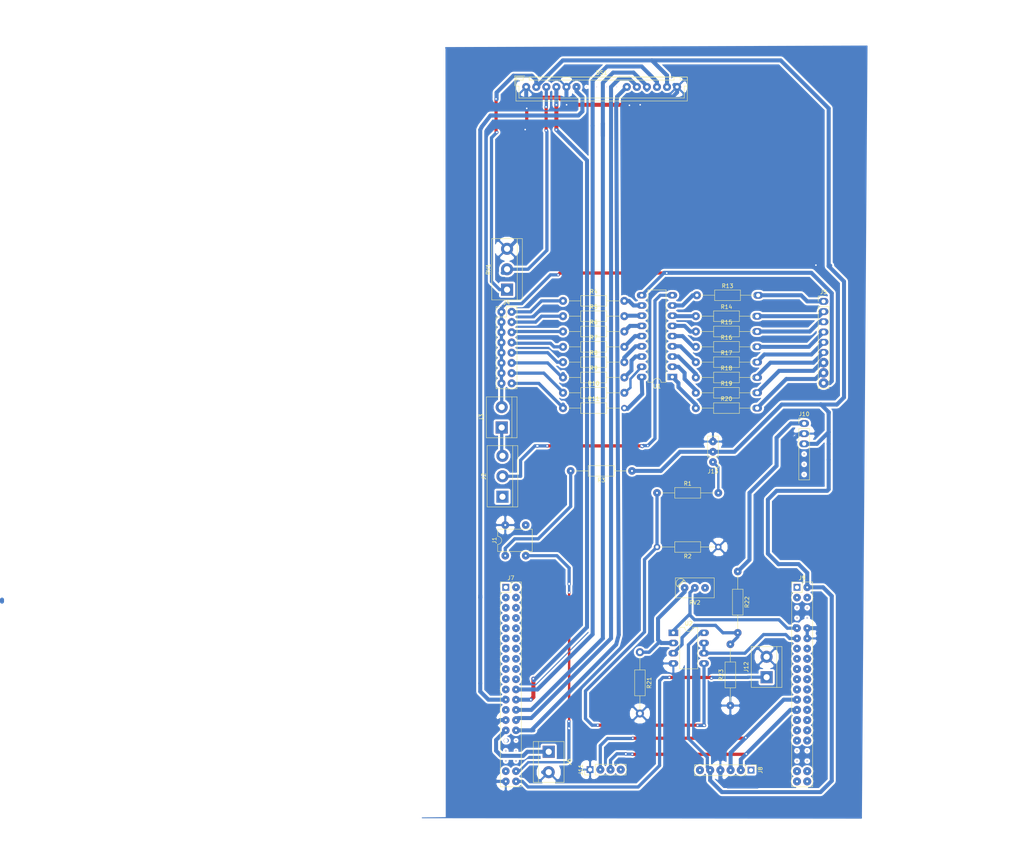
<source format=kicad_pcb>
(kicad_pcb (version 4) (host pcbnew 4.0.6)
  (title_block (title "Sistema de control de nivel- Placa principal") (date 2018-03-25) (company "Barrionuevo Julian Daniel ") (comment 1 "Trabajo final para la materia: Sistemas Microprogramables"))
  (layers (0 F.Cu signal) (31 B.Cu signal) (34 B.Paste user) (35 F.Paste user) (36 B.SilkS user) (37 F.SilkS user) (38 B.Mask user) (39 F.Mask user) (44 Edge.Cuts user))
  (net 0 "")
  (net 1 GND_CIAA)
  (net 2 +5V)
  (net 3 "Net-(DS1-Pad3)")
  (net 4 LCD_RS)
  (net 5 LCD_EN)
  (net 6 "Net-(DS1-Pad10)")
  (net 7 LCD_1)
  (net 8 LCD_2)
  (net 9 LCD_3)
  (net 10 LCD_4)
  (net 11 GND)
  (net 12 "Net-(J3-Pad2)")
  (net 13 "Net-(J4-Pad2)")
  (net 14 "Net-(J4-Pad4)")
  (net 15 "Net-(J4-Pad6)")
  (net 16 "Net-(J4-Pad8)")
  (net 17 "Net-(J4-Pad10)")
  (net 18 "Net-(J4-Pad12)")
  (net 19 "Net-(J4-Pad14)")
  (net 20 "Net-(J4-Pad16)")
  (net 21 "Net-(J5-Pad1)")
  (net 22 "Net-(J5-Pad2)")
  (net 23 "Net-(J5-Pad3)")
  (net 24 "Net-(J5-Pad4)")
  (net 25 "Net-(J5-Pad5)")
  (net 26 "Net-(J5-Pad6)")
  (net 27 "Net-(J5-Pad7)")
  (net 28 "Net-(J5-Pad8)")
  (net 29 "Net-(J6-Pad1)")
  (net 30 "Net-(J7-Pad1)")
  (net 31 "Net-(J7-Pad2)")
  (net 32 "Net-(J7-Pad3)")
  (net 33 "Net-(J7-Pad4)")
  (net 34 "Net-(J7-Pad5)")
  (net 35 "Net-(J7-Pad6)")
  (net 36 "Net-(J7-Pad7)")
  (net 37 "Net-(J7-Pad8)")
  (net 38 "Net-(J7-Pad9)")
  (net 39 "Net-(J7-Pad10)")
  (net 40 "Net-(J7-Pad11)")
  (net 41 "Net-(J7-Pad12)")
  (net 42 "Net-(J7-Pad13)")
  (net 43 "Net-(J7-Pad14)")
  (net 44 "Net-(J7-Pad15)")
  (net 45 "Net-(J7-Pad16)")
  (net 46 "Net-(J7-Pad17)")
  (net 47 "Net-(J7-Pad18)")
  (net 48 "Net-(J7-Pad19)")
  (net 49 "Net-(J7-Pad20)")
  (net 50 "Net-(J7-Pad21)")
  (net 51 "Net-(J7-Pad25)")
  (net 52 GPIO2)
  (net 53 "Net-(J7-Pad32)")
  (net 54 "Net-(J7-Pad33)")
  (net 55 "Net-(J7-Pad34)")
  (net 56 "Net-(J7-Pad35)")
  (net 57 "Net-(J7-Pad36)")
  (net 58 "Net-(J7-Pad37)")
  (net 59 "Net-(J8-Pad1)")
  (net 60 "Net-(J8-Pad6)")
  (net 61 "Net-(J9-Pad1)")
  (net 62 "Net-(J9-Pad3)")
  (net 63 "Net-(J9-Pad4)")
  (net 64 "Net-(J9-Pad5)")
  (net 65 "Net-(J9-Pad6)")
  (net 66 "Net-(J9-Pad7)")
  (net 67 "Net-(J9-Pad8)")
  (net 68 ADC3)
  (net 69 "Net-(J9-Pad13)")
  (net 70 "Net-(J9-Pad14)")
  (net 71 "Net-(J9-Pad15)")
  (net 72 "Net-(J9-Pad16)")
  (net 73 "Net-(J9-Pad17)")
  (net 74 "Net-(J9-Pad18)")
  (net 75 "Net-(J9-Pad19)")
  (net 76 "Net-(J9-Pad20)")
  (net 77 "Net-(J9-Pad21)")
  (net 78 "Net-(J9-Pad22)")
  (net 79 "Net-(J9-Pad24)")
  (net 80 "Net-(J9-Pad26)")
  (net 81 "Net-(J9-Pad27)")
  (net 82 "Net-(J9-Pad28)")
  (net 83 "Net-(J9-Pad29)")
  (net 84 "Net-(J9-Pad30)")
  (net 85 "Net-(J9-Pad31)")
  (net 86 "Net-(J9-Pad32)")
  (net 87 "Net-(J9-Pad33)")
  (net 88 "Net-(J9-Pad34)")
  (net 89 "Net-(J9-Pad35)")
  (net 90 "Net-(J9-Pad36)")
  (net 91 "Net-(J9-Pad37)")
  (net 92 "Net-(J9-Pad38)")
  (net 93 "Net-(J9-Pad39)")
  (net 94 "Net-(J9-Pad40)")
  (net 95 "Net-(J10-Pad1)")
  (net 96 "Net-(J10-Pad4)")
  (net 97 "Net-(J10-Pad5)")
  (net 98 "Net-(J10-Pad6)")
  (net 99 "Net-(R4-Pad2)")
  (net 100 "Net-(R5-Pad2)")
  (net 101 "Net-(R6-Pad2)")
  (net 102 "Net-(R7-Pad2)")
  (net 103 "Net-(R8-Pad2)")
  (net 104 "Net-(R9-Pad2)")
  (net 105 "Net-(R10-Pad2)")
  (net 106 "Net-(R11-Pad2)")
  (net 107 "Net-(R13-Pad1)")
  (net 108 "Net-(R14-Pad1)")
  (net 109 "Net-(R15-Pad1)")
  (net 110 "Net-(R16-Pad1)")
  (net 111 "Net-(R17-Pad1)")
  (net 112 "Net-(R18-Pad1)")
  (net 113 "Net-(R19-Pad1)")
  (net 114 "Net-(R20-Pad1)")
  (net 115 "Net-(R21-Pad1)")
  (net 116 "Net-(R22-Pad2)")
  (net 117 "Net-(RV2-Pad3)")
  (net 118 "Net-(J11-Pad2)")
  (net 119 "Net-(J12-Pad1)")
  (net 120 GPIO7)
  (net 121 "Net-(J2-Pad3)")
  (net 122 "Net-(J11-Pad3)")
  (net 123 ADC2)
  (net 124 "Net-(J11-Pad4)")
  (net 125 "Net-(J13-Pad1)")
  (net 126 DIVISOR)
  (net 127 "Net-(J1-Pad3)")
  (net 128 "Net-(J1-Pad1)")
  (net 129 "Net-(J2-Pad1)")
  (module Pin_Headers:Pin_Header_Straight_1x04_Pitch2.54mm (layer F.Cu) (at 83.185 190.119 90)
    (fp_text reference J11 (at 0 -2.33 90) (layer F.SilkS))
    (fp_text value "CONECTAR PARA TX PC")
    (pad 1 thru_hole rect (at 0 0 90) (size 1.7 1.7) (drill 1) (layers *.Cu *.Mask) (net 1 GND_CIAA))
    (pad 2 thru_hole oval (at 0 2.54 90) (size 2 2) (drill 0.5) (layers *.Cu *.Mask) (net 118 "Net-(J11-Pad2)"))
    (pad 3 thru_hole oval (at 0 5.08 90) (size 2 2) (drill 0.5) (layers *.Cu *.Mask) (net 122 "Net-(J11-Pad3)"))
    (pad 4 thru_hole oval (at 0 7.62 90) (size 2 2) (drill 0.5) (layers *.Cu *.Mask) (net 124 "Net-(J11-Pad4)"))
  )
  (module Connectors_JST:JST_XH_B16B-XH-A_16x2.50mm_Straight (layer F.Cu) (at 67.31 20.32)
    (fp_text reference DS1 (at 18.75 -3.5) (layer F.SilkS))
    (fp_text value LCD16X2)
    (pad 1 thru_hole circle (at 0 0) (size 2 2) (drill 0.8) (layers *.Cu *.Mask) (net 1 GND_CIAA))
    (pad 2 thru_hole circle (at 2.5 0) (size 2 2) (drill 0.8) (layers *.Cu *.Mask) (net 2 +5V))
    (pad 3 thru_hole circle (at 5 0) (size 2 2) (drill 0.8) (layers *.Cu *.Mask) (net 3 "Net-(DS1-Pad3)"))
    (pad 4 thru_hole circle (at 7.5 0) (size 2 2) (drill 0.8) (layers *.Cu *.Mask) (net 4 LCD_RS))
    (pad 5 thru_hole circle (at 10 0) (size 2 2) (drill 0.8) (layers *.Cu *.Mask) (net 1 GND_CIAA))
    (pad 6 thru_hole circle (at 12.5 0) (size 2 2) (drill 0.5) (layers *.Cu *.Mask) (net 5 LCD_EN))
    (pad 7 thru_hole circle (at 15 0) (size 0.1 0.1) (drill 0.05) (layers *.Cu *.Mask) (net 6 "Net-(DS1-Pad10)"))
    (pad 8 thru_hole circle (at 17.5 0) (size 0.1 0.1) (drill 0.05) (layers *.Cu *.Mask) (net 6 "Net-(DS1-Pad10)"))
    (pad 9 thru_hole circle (at 20 0) (size 0.1 0.1) (drill 0.05) (layers *.Cu *.Mask) (net 6 "Net-(DS1-Pad10)"))
    (pad 10 thru_hole circle (at 22.5 0) (size 0.1 0.1) (drill 0.05) (layers *.Cu *.Mask) (net 6 "Net-(DS1-Pad10)"))
    (pad 11 thru_hole circle (at 25 0) (size 2 2) (drill 0.8) (layers *.Cu *.Mask) (net 7 LCD_1))
    (pad 12 thru_hole circle (at 27.5 0) (size 2 2) (drill 0.8) (layers *.Cu *.Mask) (net 8 LCD_2))
    (pad 13 thru_hole circle (at 30 0) (size 2 2) (drill 0.8) (layers *.Cu *.Mask) (net 9 LCD_3))
    (pad 14 thru_hole circle (at 32.5 0) (size 2 2) (drill 0.8) (layers *.Cu *.Mask) (net 10 LCD_4))
    (pad 15 thru_hole circle (at 35 0) (size 2 2) (drill 0.8) (layers *.Cu *.Mask) (net 2 +5V))
    (pad 16 thru_hole circle (at 37.5 0) (size 2 2) (drill 0.8) (layers *.Cu *.Mask) (net 1 GND_CIAA))
  )
  (module Pin_Headers:Pin_Header_Straight_2x20_Pitch2.54mm (layer F.Cu) (at 134.62 144.78)
    (fp_text reference J9 (at 1.27 -2.33) (layer F.SilkS))
    (fp_text value CONN_02X20)
    (pad 1 thru_hole rect (at 0 0) (size 1.7 1.7) (drill 1) (layers *.Cu *.Mask) (net 61 "Net-(J9-Pad1)"))
    (pad 2 thru_hole oval (at 2.54 0) (size 1.9 1.9) (drill 0.5) (layers *.Cu *.Mask) (net 2 +5V))
    (pad 3 thru_hole oval (at 0 2.54) (size 1.9 1.9) (drill 0.5) (layers *.Cu *.Mask) (net 62 "Net-(J9-Pad3)"))
    (pad 4 thru_hole oval (at 2.54 2.54) (size 1.9 1.9) (drill 0.5) (layers *.Cu *.Mask) (net 63 "Net-(J9-Pad4)"))
    (pad 5 thru_hole circle (at 0 5.08) (size 0.4 0.4) (drill 0.3) (layers *.Cu *.Mask) (net 64 "Net-(J9-Pad5)"))
    (pad 6 thru_hole circle (at 2.54 5.08) (size 0.4 0.4) (drill 0.3) (layers *.Cu *.Mask) (net 65 "Net-(J9-Pad6)"))
    (pad 7 thru_hole circle (at 0 7.62) (size 0.4 0.4) (drill 0.3) (layers *.Cu *.Mask) (net 66 "Net-(J9-Pad7)"))
    (pad 8 thru_hole circle (at 2.54 7.62) (size 0.4 0.4) (drill 0.3) (layers *.Cu *.Mask) (net 67 "Net-(J9-Pad8)"))
    (pad 9 thru_hole oval (at 0 10.16) (size 1.9 1.9) (drill 0.5) (layers *.Cu *.Mask) (net 68 ADC3))
    (pad 10 thru_hole oval (at 2.54 10.16) (size 1.9 1.9) (drill 0.5) (layers *.Cu *.Mask) (net 1 GND_CIAA))
    (pad 11 thru_hole oval (at 0 12.7) (size 1.9 1.9) (drill 0.5) (layers *.Cu *.Mask) (net 123 ADC2))
    (pad 12 thru_hole oval (at 2.54 12.7) (size 1.9 1.9) (drill 0.5) (layers *.Cu *.Mask) (net 1 GND_CIAA))
    (pad 13 thru_hole oval (at 0 15.24) (size 1.9 1.9) (drill 0.5) (layers *.Cu *.Mask) (net 69 "Net-(J9-Pad13)"))
    (pad 14 thru_hole oval (at 2.54 15.24) (size 1.9 1.9) (drill 0.5) (layers *.Cu *.Mask) (net 70 "Net-(J9-Pad14)"))
    (pad 15 thru_hole oval (at 0 17.78) (size 1.9 1.9) (drill 0.5) (layers *.Cu *.Mask) (net 71 "Net-(J9-Pad15)"))
    (pad 16 thru_hole oval (at 2.54 17.78) (size 2 2) (drill 0.5) (layers *.Cu *.Mask) (net 72 "Net-(J9-Pad16)"))
    (pad 17 thru_hole oval (at 0 20.32) (size 2 2) (drill 0.5) (layers *.Cu *.Mask) (net 73 "Net-(J9-Pad17)"))
    (pad 18 thru_hole oval (at 2.54 20.32) (size 2 2) (drill 0.5) (layers *.Cu *.Mask) (net 74 "Net-(J9-Pad18)"))
    (pad 19 thru_hole oval (at 0 22.86) (size 2 2) (drill 0.5) (layers *.Cu *.Mask) (net 75 "Net-(J9-Pad19)"))
    (pad 20 thru_hole oval (at 2.54 22.86) (size 2 2) (drill 0.5) (layers *.Cu *.Mask) (net 76 "Net-(J9-Pad20)"))
    (pad 21 thru_hole oval (at 0 25.4) (size 2 2) (drill 0.5) (layers *.Cu *.Mask) (net 77 "Net-(J9-Pad21)"))
    (pad 22 thru_hole oval (at 2.54 25.4) (size 2 2) (drill 0.5) (layers *.Cu *.Mask) (net 78 "Net-(J9-Pad22)"))
    (pad 23 thru_hole oval (at 0 27.94) (size 2 2) (drill 0.5) (layers *.Cu *.Mask) (net 118 "Net-(J11-Pad2)"))
    (pad 24 thru_hole oval (at 2.54 27.94) (size 2 2) (drill 0.5) (layers *.Cu *.Mask) (net 79 "Net-(J9-Pad24)"))
    (pad 25 thru_hole oval (at 0 30.48) (size 2 2) (drill 0.5) (layers *.Cu *.Mask) (net 122 "Net-(J11-Pad3)"))
    (pad 26 thru_hole oval (at 2.54 30.48) (size 2 2) (drill 0.5) (layers *.Cu *.Mask) (net 80 "Net-(J9-Pad26)"))
    (pad 27 thru_hole oval (at 0 33.02) (size 2 2) (drill 0.5) (layers *.Cu *.Mask) (net 81 "Net-(J9-Pad27)"))
    (pad 28 thru_hole oval (at 2.54 33.02) (size 2 2) (drill 0.5) (layers *.Cu *.Mask) (net 82 "Net-(J9-Pad28)"))
    (pad 29 thru_hole oval (at 0 35.56) (size 2 2) (drill 0.5) (layers *.Cu *.Mask) (net 83 "Net-(J9-Pad29)"))
    (pad 30 thru_hole oval (at 2.54 35.56) (size 2 2) (drill 0.5) (layers *.Cu *.Mask) (net 84 "Net-(J9-Pad30)"))
    (pad 31 thru_hole oval (at 0 38.1) (size 2 2) (drill 0.5) (layers *.Cu *.Mask) (net 85 "Net-(J9-Pad31)"))
    (pad 32 thru_hole oval (at 2.54 38.1) (size 2 2) (drill 0.5) (layers *.Cu *.Mask) (net 86 "Net-(J9-Pad32)"))
    (pad 33 thru_hole circle (at 0 40.64) (size 0.4 0.4) (drill 0.3) (layers *.Cu *.Mask) (net 87 "Net-(J9-Pad33)"))
    (pad 34 thru_hole circle (at 2.54 40.64) (size 0.4 0.4) (drill 0.3) (layers *.Cu *.Mask) (net 88 "Net-(J9-Pad34)"))
    (pad 35 thru_hole circle (at 0 43.18) (size 0.4 0.4) (drill 0.3) (layers *.Cu *.Mask) (net 89 "Net-(J9-Pad35)"))
    (pad 36 thru_hole circle (at 2.54 43.18) (size 0.4 0.4) (drill 0.3) (layers *.Cu *.Mask) (net 90 "Net-(J9-Pad36)"))
    (pad 37 thru_hole oval (at 0 45.72) (size 2 2) (drill 0.5) (layers *.Cu *.Mask) (net 91 "Net-(J9-Pad37)"))
    (pad 38 thru_hole oval (at 2.54 45.72) (size 2 2) (drill 0.5) (layers *.Cu *.Mask) (net 92 "Net-(J9-Pad38)"))
    (pad 39 thru_hole oval (at 0 48.26) (size 2 2) (drill 0.5) (layers *.Cu *.Mask) (net 93 "Net-(J9-Pad39)"))
    (pad 40 thru_hole oval (at 2.54 48.26) (size 2 2) (drill 0.5) (layers *.Cu *.Mask) (net 94 "Net-(J9-Pad40)"))
  )
  (module Connectors_Terminal_Blocks:TerminalBlock_bornier-3_P5.08mm (layer F.Cu) (at 61.4045 122.2375 90)
    (fp_text reference J2 (at 5.05 -4.65 90) (layer F.SilkS))
    (fp_text value "INPUT 12V")
    (pad 1 thru_hole rect (at 0 0 90) (size 3 3) (drill 1.52) (layers *.Cu *.Mask) (net 129 "Net-(J2-Pad1)"))
    (pad 2 thru_hole circle (at 5.08 0 90) (size 3 3) (drill 1.52) (layers *.Cu *.Mask) (net 11 GND))
    (pad 3 thru_hole circle (at 10.16 0 90) (size 3 3) (drill 1.52) (layers *.Cu *.Mask) (net 121 "Net-(J2-Pad3)"))
  )
  (module Connectors_Terminal_Blocks:TerminalBlock_bornier-2_P5.08mm (layer F.Cu) (at 61.214 105.029 90)
    (fp_text reference J3 (at 2.54 -5.08 90) (layer F.SilkS))
    (fp_text value ON/OFF)
    (pad 1 thru_hole rect (at 0 0 90) (size 3 3) (drill 1.52) (layers *.Cu *.Mask) (net 121 "Net-(J2-Pad3)"))
    (pad 2 thru_hole circle (at 5.08 0 90) (size 3 3) (drill 1.52) (layers *.Cu *.Mask) (net 12 "Net-(J3-Pad2)"))
  )
  (module Pin_Headers:Pin_Header_Straight_2x08_Pitch2.54mm (layer F.Cu) (at 61.1505 76.2635)
    (fp_text reference J4 (at 1.27 -2.33) (layer F.SilkS))
    (fp_text value CONN_02X08)
    (pad 1 thru_hole circle (at 0 0) (size 2 2) (drill 0.8) (layers *.Cu *.Mask) (net 12 "Net-(J3-Pad2)"))
    (pad 2 thru_hole circle (at 2.54 0) (size 2 2) (drill 0.8) (layers *.Cu *.Mask) (net 13 "Net-(J4-Pad2)"))
    (pad 3 thru_hole circle (at 0 2.54) (size 2 2) (drill 0.8) (layers *.Cu *.Mask) (net 12 "Net-(J3-Pad2)"))
    (pad 4 thru_hole circle (at 2.54 2.54) (size 2 2) (drill 0.8) (layers *.Cu *.Mask) (net 14 "Net-(J4-Pad4)"))
    (pad 5 thru_hole circle (at 0 5.08) (size 2 2) (drill 0.8) (layers *.Cu *.Mask) (net 12 "Net-(J3-Pad2)"))
    (pad 6 thru_hole circle (at 2.54 5.08) (size 2 2) (drill 0.8) (layers *.Cu *.Mask) (net 15 "Net-(J4-Pad6)"))
    (pad 7 thru_hole circle (at 0 7.62) (size 2 2) (drill 0.8) (layers *.Cu *.Mask) (net 12 "Net-(J3-Pad2)"))
    (pad 8 thru_hole circle (at 2.54 7.62) (size 2 2) (drill 0.8) (layers *.Cu *.Mask) (net 16 "Net-(J4-Pad8)"))
    (pad 9 thru_hole circle (at 0 10.16) (size 2 2) (drill 0.8) (layers *.Cu *.Mask) (net 12 "Net-(J3-Pad2)"))
    (pad 10 thru_hole circle (at 2.54 10.16) (size 2 2) (drill 0.8) (layers *.Cu *.Mask) (net 17 "Net-(J4-Pad10)"))
    (pad 11 thru_hole circle (at 0 12.7) (size 2 2) (drill 0.8) (layers *.Cu *.Mask) (net 12 "Net-(J3-Pad2)"))
    (pad 12 thru_hole circle (at 2.54 12.7) (size 2 2) (drill 0.8) (layers *.Cu *.Mask) (net 18 "Net-(J4-Pad12)"))
    (pad 13 thru_hole circle (at 0 15.24) (size 2 2) (drill 0.8) (layers *.Cu *.Mask) (net 12 "Net-(J3-Pad2)"))
    (pad 14 thru_hole circle (at 2.54 15.24) (size 2 2) (drill 0.8) (layers *.Cu *.Mask) (net 19 "Net-(J4-Pad14)"))
    (pad 15 thru_hole circle (at 0 17.78) (size 2 2) (drill 0.8) (layers *.Cu *.Mask) (net 12 "Net-(J3-Pad2)"))
    (pad 16 thru_hole circle (at 2.54 17.78) (size 2 2) (drill 0.8) (layers *.Cu *.Mask) (net 20 "Net-(J4-Pad16)"))
  )
  (module Pin_Headers:Pin_Header_Straight_1x09_Pitch2.54mm (layer F.Cu) (at 141.224 73.66)
    (fp_text reference J5 (at 0 -2.33) (layer F.SilkS))
    (fp_text value CONN_01X09)
    (pad 1 thru_hole oval (at 0 0) (size 2.4 1.7) (drill 1) (layers *.Cu *.Mask) (net 21 "Net-(J5-Pad1)"))
    (pad 2 thru_hole oval (at 0 2.54) (size 2.4 1.7) (drill 1) (layers *.Cu *.Mask) (net 22 "Net-(J5-Pad2)"))
    (pad 3 thru_hole oval (at 0 5.08) (size 2.4 1.7) (drill 1) (layers *.Cu *.Mask) (net 23 "Net-(J5-Pad3)"))
    (pad 4 thru_hole oval (at 0 7.62) (size 2.4 1.7) (drill 1) (layers *.Cu *.Mask) (net 24 "Net-(J5-Pad4)"))
    (pad 5 thru_hole oval (at 0 10.16) (size 2.4 1.7) (drill 1) (layers *.Cu *.Mask) (net 25 "Net-(J5-Pad5)"))
    (pad 6 thru_hole oval (at 0 12.7) (size 2.4 1.7) (drill 1) (layers *.Cu *.Mask) (net 26 "Net-(J5-Pad6)"))
    (pad 7 thru_hole circle (at 0 15.24) (size 2.4 2.4) (drill 1) (layers *.Cu *.Mask) (net 27 "Net-(J5-Pad7)"))
    (pad 8 thru_hole circle (at 0 17.78) (size 2.4 2.4) (drill 1) (layers *.Cu *.Mask) (net 28 "Net-(J5-Pad8)"))
    (pad 9 thru_hole circle (at 0 20.32) (size 2.4 2.4) (drill 1) (layers *.Cu *.Mask) (net 12 "Net-(J3-Pad2)"))
  )
  (module Connectors_Terminal_Blocks:TerminalBlock_bornier-2_P5.08mm (layer F.Cu) (at 72.898 185.674 270)
    (fp_text reference J6 (at 2.54 -5.08 270) (layer F.SilkS))
    (fp_text value BOMBA)
    (pad 1 thru_hole rect (at 0 0 270) (size 3 3) (drill 1.52) (layers *.Cu *.Mask) (net 29 "Net-(J6-Pad1)"))
    (pad 2 thru_hole circle (at 5.08 0 270) (size 3 3) (drill 1.52) (layers *.Cu *.Mask) (net 1 GND_CIAA))
  )
  (module Pin_Headers:Pin_Header_Straight_2x20_Pitch2.54mm (layer F.Cu) (at 62.23 144.78)
    (fp_text reference J7 (at 1.27 -2.33) (layer F.SilkS))
    (fp_text value CONN_02X20)
    (pad 1 thru_hole rect (at 0 0) (size 1.7 1.7) (drill 1) (layers *.Cu *.Mask) (net 30 "Net-(J7-Pad1)"))
    (pad 2 thru_hole oval (at 2.54 0) (size 1.9 1.9) (drill 0.5) (layers *.Cu *.Mask) (net 31 "Net-(J7-Pad2)"))
    (pad 3 thru_hole oval (at 0 2.54) (size 1.9 1.9) (drill 0.5) (layers *.Cu *.Mask) (net 32 "Net-(J7-Pad3)"))
    (pad 4 thru_hole oval (at 2.54 2.54) (size 1.9 1.9) (drill 0.5) (layers *.Cu *.Mask) (net 33 "Net-(J7-Pad4)"))
    (pad 5 thru_hole oval (at 0 5.08) (size 1.9 1.9) (drill 0.5) (layers *.Cu *.Mask) (net 34 "Net-(J7-Pad5)"))
    (pad 6 thru_hole oval (at 2.54 5.08) (size 1.9 1.9) (drill 0.5) (layers *.Cu *.Mask) (net 35 "Net-(J7-Pad6)"))
    (pad 7 thru_hole oval (at 0 7.62) (size 1.9 1.9) (drill 0.5) (layers *.Cu *.Mask) (net 36 "Net-(J7-Pad7)"))
    (pad 8 thru_hole oval (at 2.54 7.62) (size 1.9 1.9) (drill 0.5) (layers *.Cu *.Mask) (net 37 "Net-(J7-Pad8)"))
    (pad 9 thru_hole oval (at 0 10.16) (size 1.9 1.9) (drill 0.5) (layers *.Cu *.Mask) (net 38 "Net-(J7-Pad9)"))
    (pad 10 thru_hole oval (at 2.54 10.16) (size 1.9 1.9) (drill 0.5) (layers *.Cu *.Mask) (net 39 "Net-(J7-Pad10)"))
    (pad 11 thru_hole oval (at 0 12.7) (size 1.9 1.9) (drill 0.5) (layers *.Cu *.Mask) (net 40 "Net-(J7-Pad11)"))
    (pad 12 thru_hole oval (at 2.54 12.7) (size 1.9 1.9) (drill 0.5) (layers *.Cu *.Mask) (net 41 "Net-(J7-Pad12)"))
    (pad 13 thru_hole oval (at 0 15.24) (size 1.9 1.9) (drill 0.5) (layers *.Cu *.Mask) (net 42 "Net-(J7-Pad13)"))
    (pad 14 thru_hole oval (at 2.54 15.24) (size 1.9 1.9) (drill 0.5) (layers *.Cu *.Mask) (net 43 "Net-(J7-Pad14)"))
    (pad 15 thru_hole oval (at 0 17.78) (size 1.9 1.9) (drill 0.5) (layers *.Cu *.Mask) (net 44 "Net-(J7-Pad15)"))
    (pad 16 thru_hole oval (at 2.54 17.78) (size 1.9 1.9) (drill 0.5) (layers *.Cu *.Mask) (net 45 "Net-(J7-Pad16)"))
    (pad 17 thru_hole oval (at 0 20.32) (size 1.9 1.9) (drill 0.5) (layers *.Cu *.Mask) (net 46 "Net-(J7-Pad17)"))
    (pad 18 thru_hole oval (at 2.54 20.32) (size 1.9 1.9) (drill 0.5) (layers *.Cu *.Mask) (net 47 "Net-(J7-Pad18)"))
    (pad 19 thru_hole oval (at 0 22.86) (size 1.9 1.9) (drill 0.5) (layers *.Cu *.Mask) (net 48 "Net-(J7-Pad19)"))
    (pad 20 thru_hole oval (at 2.54 22.86) (size 1.9 1.9) (drill 0.5) (layers *.Cu *.Mask) (net 49 "Net-(J7-Pad20)"))
    (pad 21 thru_hole oval (at 0 25.4) (size 1.9 1.9) (drill 0.5) (layers *.Cu *.Mask) (net 50 "Net-(J7-Pad21)"))
    (pad 22 thru_hole oval (at 2.54 25.4) (size 1.9 1.9) (drill 0.5) (layers *.Cu *.Mask) (net 10 LCD_4))
    (pad 23 thru_hole oval (at 0 27.94) (size 1.9 1.9) (drill 0.5) (layers *.Cu *.Mask) (net 5 LCD_EN))
    (pad 24 thru_hole oval (at 2.54 27.94) (size 1.9 1.9) (drill 0.5) (layers *.Cu *.Mask) (net 4 LCD_RS))
    (pad 25 thru_hole oval (at 0 30.48) (size 1.9 1.9) (drill 0.5) (layers *.Cu *.Mask) (net 51 "Net-(J7-Pad25)"))
    (pad 26 thru_hole oval (at 2.54 30.48) (size 1.9 1.9) (drill 0.5) (layers *.Cu *.Mask) (net 9 LCD_3))
    (pad 27 thru_hole oval (at 0 33.02) (size 1.9 1.9) (drill 0.5) (layers *.Cu *.Mask) (net 1 GND_CIAA))
    (pad 28 thru_hole oval (at 2.54 33.02) (size 1.9 1.9) (drill 0.5) (layers *.Cu *.Mask) (net 8 LCD_2))
    (pad 29 thru_hole oval (at 0 35.56) (size 1.9 1.9) (drill 0.5) (layers *.Cu *.Mask) (net 29 "Net-(J6-Pad1)"))
    (pad 30 thru_hole oval (at 2.54 35.56) (size 1.9 1.9) (drill 0.5) (layers *.Cu *.Mask) (net 7 LCD_1))
    (pad 31 thru_hole circle (at 0 38.1) (size 1 1) (drill 1) (layers *.Cu *.Mask) (net 52 GPIO2))
    (pad 32 thru_hole circle (at 2.54 38.1) (size 0.2 0.2) (drill 0.1) (layers *.Cu *.Mask) (net 53 "Net-(J7-Pad32)"))
    (pad 33 thru_hole circle (at 0 40.64) (size 0.4 0.4) (drill 0.3) (layers *.Cu *.Mask) (net 54 "Net-(J7-Pad33)"))
    (pad 34 thru_hole circle (at 2.54 40.64) (size 0.2 0.2) (drill 0.1) (layers *.Cu *.Mask) (net 55 "Net-(J7-Pad34)"))
    (pad 35 thru_hole circle (at 0 43.18) (size 0.4 0.4) (drill 0.3) (layers *.Cu *.Mask) (net 56 "Net-(J7-Pad35)"))
    (pad 36 thru_hole circle (at 2.54 43.18) (size 0.4 0.4) (drill 0.3) (layers *.Cu *.Mask) (net 57 "Net-(J7-Pad36)"))
    (pad 37 thru_hole oval (at 0 45.72) (size 1.9 1.9) (drill 0.5) (layers *.Cu *.Mask) (net 58 "Net-(J7-Pad37)"))
    (pad 38 thru_hole oval (at 2.54 45.72) (size 1.9 1.9) (drill 0.5) (layers *.Cu *.Mask) (net 120 GPIO7))
    (pad 39 thru_hole oval (at 0 48.26) (size 1.9 1.9) (drill 0.5) (layers *.Cu *.Mask) (net 1 GND_CIAA))
    (pad 40 thru_hole oval (at 2.54 48.26) (size 1.9 1.9) (drill 0.5) (layers *.Cu *.Mask) (net 119 "Net-(J12-Pad1)"))
  )
  (module Pin_Headers:Pin_Header_Straight_1x06_Pitch2.54mm (layer F.Cu) (at 123.19 190.246 270)
    (fp_text reference J8 (at 0 -2.33 270) (layer F.SilkS))
    (fp_text value BLUETOOTH)
    (pad 1 thru_hole rect (at 0 0 270) (size 1.7 1.7) (drill 1) (layers *.Cu *.Mask) (net 59 "Net-(J8-Pad1)"))
    (pad 2 thru_hole oval (at 0 2.54 270) (size 2 2) (drill 0.5) (layers *.Cu *.Mask) (net 122 "Net-(J11-Pad3)"))
    (pad 3 thru_hole oval (at 0 5.08 270) (size 2 2) (drill 0.5) (layers *.Cu *.Mask) (net 118 "Net-(J11-Pad2)"))
    (pad 4 thru_hole oval (at 0 7.62 270) (size 2 2) (drill 0.5) (layers *.Cu *.Mask) (net 1 GND_CIAA))
    (pad 5 thru_hole oval (at 0 10.16 270) (size 2 2) (drill 0.5) (layers *.Cu *.Mask) (net 2 +5V))
    (pad 6 thru_hole oval (at 0 12.7 270) (size 2 2) (drill 0.5) (layers *.Cu *.Mask) (net 60 "Net-(J8-Pad6)"))
  )
  (module Pin_Headers:Pin_Header_Straight_1x06_Pitch2.54mm (layer F.Cu) (at 136.398 104.013)
    (fp_text reference J10 (at 0 -2.33) (layer F.SilkS))
    (fp_text value MPX5010)
    (pad 1 thru_hole oval (at 0 0) (size 2.4 1.7) (drill 1) (layers *.Cu *.Mask) (net 95 "Net-(J10-Pad1)"))
    (pad 2 thru_hole oval (at 0 2.54) (size 2.4 1.7) (drill 1) (layers *.Cu *.Mask) (net 1 GND_CIAA))
    (pad 3 thru_hole oval (at 0 5.08) (size 2.4 1.7) (drill 1) (layers *.Cu *.Mask) (net 2 +5V))
    (pad 4 thru_hole circle (at 0 7.62) (size 0.4 0.4) (drill 0.3) (layers *.Cu *.Mask) (net 96 "Net-(J10-Pad4)"))
    (pad 5 thru_hole circle (at 0 10.16) (size 0.4 0.4) (drill 0.3) (layers *.Cu *.Mask) (net 97 "Net-(J10-Pad5)"))
    (pad 6 thru_hole circle (at 0 12.7) (size 0.4 0.4) (drill 0.3) (layers *.Cu *.Mask) (net 98 "Net-(J10-Pad6)"))
  )
  (module Resistors_THT:R_Axial_DIN0207_L6.3mm_D2.5mm_P15.24mm_Horizontal (layer F.Cu) (at 76.454 73.533)
    (fp_text reference R4 (at 7.62 -2.31) (layer F.SilkS))
    (fp_text value R_Small)
    (pad 1 thru_hole circle (at 0 0) (size 2 2) (drill 0.8) (layers *.Cu *.Mask) (net 13 "Net-(J4-Pad2)"))
    (pad 2 thru_hole circle (at 15.24 0) (size 2 2) (drill 0.8) (layers *.Cu *.Mask) (net 99 "Net-(R4-Pad2)"))
  )
  (module Resistors_THT:R_Axial_DIN0207_L6.3mm_D2.5mm_P15.24mm_Horizontal (layer F.Cu) (at 76.454 77.343)
    (fp_text reference R5 (at 7.62 -2.31) (layer F.SilkS))
    (fp_text value R_Small)
    (pad 1 thru_hole circle (at 0 0) (size 2 2) (drill 0.8) (layers *.Cu *.Mask) (net 14 "Net-(J4-Pad4)"))
    (pad 2 thru_hole circle (at 15.24 0) (size 2 2) (drill 0.8) (layers *.Cu *.Mask) (net 100 "Net-(R5-Pad2)"))
  )
  (module Resistors_THT:R_Axial_DIN0207_L6.3mm_D2.5mm_P15.24mm_Horizontal (layer F.Cu) (at 76.454 81.153)
    (fp_text reference R6 (at 7.62 -2.31) (layer F.SilkS))
    (fp_text value R_Small)
    (pad 1 thru_hole circle (at 0 0) (size 2 2) (drill 0.8) (layers *.Cu *.Mask) (net 15 "Net-(J4-Pad6)"))
    (pad 2 thru_hole circle (at 15.24 0) (size 2 2) (drill 0.8) (layers *.Cu *.Mask) (net 101 "Net-(R6-Pad2)"))
  )
  (module Resistors_THT:R_Axial_DIN0207_L6.3mm_D2.5mm_P15.24mm_Horizontal (layer F.Cu) (at 76.454 84.963)
    (fp_text reference R7 (at 7.62 -2.31) (layer F.SilkS))
    (fp_text value R_Small)
    (pad 1 thru_hole circle (at 0 0) (size 2 2) (drill 0.8) (layers *.Cu *.Mask) (net 16 "Net-(J4-Pad8)"))
    (pad 2 thru_hole circle (at 15.24 0) (size 2 2) (drill 0.8) (layers *.Cu *.Mask) (net 102 "Net-(R7-Pad2)"))
  )
  (module Resistors_THT:R_Axial_DIN0207_L6.3mm_D2.5mm_P15.24mm_Horizontal (layer F.Cu) (at 76.454 88.773)
    (fp_text reference R8 (at 7.62 -2.31) (layer F.SilkS))
    (fp_text value R_Small)
    (pad 1 thru_hole circle (at 0 0) (size 2 2) (drill 0.8) (layers *.Cu *.Mask) (net 17 "Net-(J4-Pad10)"))
    (pad 2 thru_hole circle (at 15.24 0) (size 2 2) (drill 0.8) (layers *.Cu *.Mask) (net 103 "Net-(R8-Pad2)"))
  )
  (module Resistors_THT:R_Axial_DIN0207_L6.3mm_D2.5mm_P15.24mm_Horizontal (layer F.Cu) (at 76.454 92.583)
    (fp_text reference R9 (at 7.62 -2.31) (layer F.SilkS))
    (fp_text value R_Small)
    (pad 1 thru_hole circle (at 0 0) (size 2 2) (drill 0.8) (layers *.Cu *.Mask) (net 18 "Net-(J4-Pad12)"))
    (pad 2 thru_hole circle (at 15.24 0) (size 2 2) (drill 0.8) (layers *.Cu *.Mask) (net 104 "Net-(R9-Pad2)"))
  )
  (module Resistors_THT:R_Axial_DIN0207_L6.3mm_D2.5mm_P15.24mm_Horizontal (layer F.Cu) (at 76.454 96.393)
    (fp_text reference R10 (at 7.62 -2.31) (layer F.SilkS))
    (fp_text value R_Small)
    (pad 1 thru_hole circle (at 0 0) (size 2 2) (drill 0.8) (layers *.Cu *.Mask) (net 19 "Net-(J4-Pad14)"))
    (pad 2 thru_hole circle (at 15.24 0) (size 2 2) (drill 0.8) (layers *.Cu *.Mask) (net 105 "Net-(R10-Pad2)"))
  )
  (module Resistors_THT:R_Axial_DIN0207_L6.3mm_D2.5mm_P15.24mm_Horizontal (layer F.Cu) (at 76.454 100.203)
    (fp_text reference R11 (at 7.62 -2.31) (layer F.SilkS))
    (fp_text value R_Small)
    (pad 1 thru_hole circle (at 0 0) (size 2 2) (drill 0.8) (layers *.Cu *.Mask) (net 20 "Net-(J4-Pad16)"))
    (pad 2 thru_hole oval (at 15.24 0) (size 1.6 1.6) (drill 0.8) (layers *.Cu *.Mask) (net 106 "Net-(R11-Pad2)"))
  )
  (module Resistors_THT:R_Axial_DIN0207_L6.3mm_D2.5mm_P15.24mm_Horizontal (layer F.Cu) (at 109.728 72.136)
    (fp_text reference R13 (at 7.62 -2.31) (layer F.SilkS))
    (fp_text value R_Small)
    (pad 1 thru_hole circle (at 0 0) (size 2 2) (drill 0.8) (layers *.Cu *.Mask) (net 107 "Net-(R13-Pad1)"))
    (pad 2 thru_hole oval (at 15.24 0) (size 2.4 1.7) (drill 1) (layers *.Cu *.Mask) (net 21 "Net-(J5-Pad1)"))
  )
  (module Resistors_THT:R_Axial_DIN0207_L6.3mm_D2.5mm_P15.24mm_Horizontal (layer F.Cu) (at 109.474 77.343)
    (fp_text reference R14 (at 7.62 -2.31) (layer F.SilkS))
    (fp_text value R_Small)
    (pad 1 thru_hole circle (at 0 0) (size 2 2) (drill 0.8) (layers *.Cu *.Mask) (net 108 "Net-(R14-Pad1)"))
    (pad 2 thru_hole oval (at 15.24 0) (size 2.4 1.7) (drill 1) (layers *.Cu *.Mask) (net 22 "Net-(J5-Pad2)"))
  )
  (module Resistors_THT:R_Axial_DIN0207_L6.3mm_D2.5mm_P15.24mm_Horizontal (layer F.Cu) (at 109.474 81.153)
    (fp_text reference R15 (at 7.62 -2.31) (layer F.SilkS))
    (fp_text value R_Small)
    (pad 1 thru_hole circle (at 0 0) (size 2 2) (drill 0.8) (layers *.Cu *.Mask) (net 109 "Net-(R15-Pad1)"))
    (pad 2 thru_hole oval (at 15.24 0) (size 2.4 1.7) (drill 1) (layers *.Cu *.Mask) (net 23 "Net-(J5-Pad3)"))
  )
  (module Resistors_THT:R_Axial_DIN0207_L6.3mm_D2.5mm_P15.24mm_Horizontal (layer F.Cu) (at 109.474 84.963)
    (fp_text reference R16 (at 7.62 -2.31) (layer F.SilkS))
    (fp_text value R_Small)
    (pad 1 thru_hole circle (at 0 0) (size 2 2) (drill 0.8) (layers *.Cu *.Mask) (net 110 "Net-(R16-Pad1)"))
    (pad 2 thru_hole oval (at 15.24 0) (size 2.4 1.7) (drill 1) (layers *.Cu *.Mask) (net 24 "Net-(J5-Pad4)"))
  )
  (module Resistors_THT:R_Axial_DIN0207_L6.3mm_D2.5mm_P15.24mm_Horizontal (layer F.Cu) (at 109.474 88.773)
    (fp_text reference R17 (at 7.62 -2.31) (layer F.SilkS))
    (fp_text value R_Small)
    (pad 1 thru_hole circle (at 0 0) (size 2 2) (drill 0.8) (layers *.Cu *.Mask) (net 111 "Net-(R17-Pad1)"))
    (pad 2 thru_hole oval (at 15.24 0) (size 2.4 1.7) (drill 1) (layers *.Cu *.Mask) (net 25 "Net-(J5-Pad5)"))
  )
  (module Resistors_THT:R_Axial_DIN0207_L6.3mm_D2.5mm_P15.24mm_Horizontal (layer F.Cu) (at 109.474 92.583)
    (fp_text reference R18 (at 7.62 -2.31) (layer F.SilkS))
    (fp_text value R_Small)
    (pad 1 thru_hole circle (at 0 0) (size 2 2) (drill 0.8) (layers *.Cu *.Mask) (net 112 "Net-(R18-Pad1)"))
    (pad 2 thru_hole oval (at 15.24 0) (size 2.4 1.7) (drill 1) (layers *.Cu *.Mask) (net 26 "Net-(J5-Pad6)"))
  )
  (module Resistors_THT:R_Axial_DIN0207_L6.3mm_D2.5mm_P15.24mm_Horizontal (layer F.Cu) (at 109.474 96.393)
    (fp_text reference R19 (at 7.62 -2.31) (layer F.SilkS))
    (fp_text value R_Small)
    (pad 1 thru_hole circle (at 0 0) (size 2 2) (drill 0.8) (layers *.Cu *.Mask) (net 113 "Net-(R19-Pad1)"))
    (pad 2 thru_hole oval (at 15.24 0) (size 2.4 1.7) (drill 1) (layers *.Cu *.Mask) (net 27 "Net-(J5-Pad7)"))
  )
  (module Resistors_THT:R_Axial_DIN0207_L6.3mm_D2.5mm_P15.24mm_Horizontal (layer F.Cu) (at 109.474 100.203)
    (fp_text reference R20 (at 7.62 -2.31) (layer F.SilkS))
    (fp_text value R_Small)
    (pad 1 thru_hole circle (at 0 0) (size 2 2) (drill 0.8) (layers *.Cu *.Mask) (net 114 "Net-(R20-Pad1)"))
    (pad 2 thru_hole oval (at 15.24 0) (size 2.4 1.7) (drill 1) (layers *.Cu *.Mask) (net 28 "Net-(J5-Pad8)"))
  )
  (module Resistors_THT:R_Axial_DIN0207_L6.3mm_D2.5mm_P15.24mm_Horizontal (layer F.Cu) (at 95.5675 160.909 270)
    (fp_text reference R21 (at 7.62 -2.31 270) (layer F.SilkS))
    (fp_text value R_Small)
    (pad 1 thru_hole circle (at 0 0 270) (size 2 2) (drill 1) (layers *.Cu *.Mask) (net 115 "Net-(R21-Pad1)"))
    (pad 2 thru_hole circle (at 15.24 0 270) (size 2 2) (drill 1) (layers *.Cu *.Mask) (net 1 GND_CIAA))
  )
  (module Resistors_THT:R_Axial_DIN0207_L6.3mm_D2.5mm_P15.24mm_Horizontal (layer F.Cu) (at 119.888 140.843 270)
    (fp_text reference R22 (at 7.62 -2.31 270) (layer F.SilkS))
    (fp_text value R_Small)
    (pad 1 thru_hole oval (at 0 0 270) (size 1.9 1.9) (drill 0.5) (layers *.Cu *.Mask) (net 95 "Net-(J10-Pad1)"))
    (pad 2 thru_hole oval (at 15.24 0 270) (size 1.9 1.9) (drill 0.5) (layers *.Cu *.Mask) (net 116 "Net-(R22-Pad2)"))
  )
  (module Resistors_THT:R_Axial_DIN0207_L6.3mm_D2.5mm_P15.24mm_Horizontal (layer F.Cu) (at 118.0465 174.1805 90)
    (fp_text reference R23 (at 7.62 -2.31 90) (layer F.SilkS))
    (fp_text value R_Small)
    (pad 1 thru_hole oval (at 0 0 90) (size 1.9 1.9) (drill 0.5) (layers *.Cu *.Mask) (net 1 GND_CIAA))
    (pad 2 thru_hole oval (at 15.24 0 90) (size 1.9 1.9) (drill 0.5) (layers *.Cu *.Mask) (net 116 "Net-(R22-Pad2)"))
  )
  (module Connectors_Terminal_Blocks:TerminalBlock_bornier-3_P5.08mm (layer F.Cu) (at 62.5475 70.739 90)
    (fp_text reference RV1 (at 5.05 -4.65 90) (layer F.SilkS))
    (fp_text value POT)
    (pad 1 thru_hole rect (at 0 0 90) (size 3 3) (drill 1.52) (layers *.Cu *.Mask) (net 2 +5V))
    (pad 2 thru_hole circle (at 5.08 0 90) (size 3 3) (drill 1.52) (layers *.Cu *.Mask) (net 3 "Net-(DS1-Pad3)"))
    (pad 3 thru_hole circle (at 10.16 0 90) (size 3 3) (drill 1.52) (layers *.Cu *.Mask) (net 1 GND_CIAA))
  )
  (module Potentiometers:Potentiometer_Trimmer_Bourns_3296W (layer F.Cu) (at 106.68 144.907 180)
    (fp_text reference RV2 (at -2.54 -3.66 180) (layer F.SilkS))
    (fp_text value POT_TRIM)
    (pad 1 thru_hole circle (at 0 0 180) (size 1.9 1.9) (drill 0.5) (layers *.Cu *.Mask) (net 115 "Net-(R21-Pad1)"))
    (pad 2 thru_hole circle (at -2.54 0 180) (size 1.9 1.9) (drill 0.5) (layers *.Cu *.Mask) (net 68 ADC3))
    (pad 3 thru_hole circle (at -5.08 0 180) (size 1.9 1.9) (drill 0.5) (layers *.Cu *.Mask) (net 117 "Net-(RV2-Pad3)"))
  )
  (module Housings_DIP:DIP-18_W7.62mm_LongPads (layer F.Cu) (at 103.632 92.456 180)
    (fp_text reference U1 (at 3.81 -2.33 180) (layer F.SilkS))
    (fp_text value ULN2803A)
    (pad 1 thru_hole rect (at 0 0 180) (size 2.4 1.6) (drill 0.8) (layers *.Cu *.Mask) (net 114 "Net-(R20-Pad1)"))
    (pad 10 thru_hole oval (at 7.62 20.32 180) (size 2.4 1.6) (drill 0.8) (layers *.Cu *.Mask) (net 12 "Net-(J3-Pad2)"))
    (pad 2 thru_hole oval (at 0 2.54 180) (size 2.4 1.6) (drill 0.8) (layers *.Cu *.Mask) (net 113 "Net-(R19-Pad1)"))
    (pad 11 thru_hole oval (at 7.62 17.78 180) (size 2.4 1.6) (drill 0.8) (layers *.Cu *.Mask) (net 99 "Net-(R4-Pad2)"))
    (pad 3 thru_hole oval (at 0 5.08 180) (size 2.4 1.6) (drill 0.8) (layers *.Cu *.Mask) (net 112 "Net-(R18-Pad1)"))
    (pad 12 thru_hole oval (at 7.62 15.24 180) (size 2.4 1.6) (drill 0.8) (layers *.Cu *.Mask) (net 100 "Net-(R5-Pad2)"))
    (pad 4 thru_hole oval (at 0 7.62 180) (size 2.4 1.6) (drill 0.8) (layers *.Cu *.Mask) (net 111 "Net-(R17-Pad1)"))
    (pad 13 thru_hole oval (at 7.62 12.7 180) (size 2.4 1.6) (drill 0.8) (layers *.Cu *.Mask) (net 101 "Net-(R6-Pad2)"))
    (pad 5 thru_hole oval (at 0 10.16 180) (size 2.4 1.6) (drill 0.8) (layers *.Cu *.Mask) (net 110 "Net-(R16-Pad1)"))
    (pad 14 thru_hole oval (at 7.62 10.16 180) (size 2.4 1.6) (drill 0.8) (layers *.Cu *.Mask) (net 102 "Net-(R7-Pad2)"))
    (pad 6 thru_hole oval (at 0 12.7 180) (size 2.4 1.6) (drill 0.8) (layers *.Cu *.Mask) (net 109 "Net-(R15-Pad1)"))
    (pad 15 thru_hole oval (at 7.62 7.62 180) (size 2.4 1.6) (drill 0.8) (layers *.Cu *.Mask) (net 103 "Net-(R8-Pad2)"))
    (pad 7 thru_hole oval (at 0 15.24 180) (size 2.4 1.6) (drill 0.8) (layers *.Cu *.Mask) (net 108 "Net-(R14-Pad1)"))
    (pad 16 thru_hole oval (at 7.62 5.08 180) (size 2.4 1.6) (drill 0.8) (layers *.Cu *.Mask) (net 104 "Net-(R9-Pad2)"))
    (pad 8 thru_hole oval (at 0 17.78 180) (size 2.4 1.6) (drill 0.8) (layers *.Cu *.Mask) (net 107 "Net-(R13-Pad1)"))
    (pad 17 thru_hole oval (at 7.62 2.54 180) (size 2.4 1.6) (drill 0.8) (layers *.Cu *.Mask) (net 105 "Net-(R10-Pad2)"))
    (pad 9 thru_hole oval (at 0 20.32 180) (size 2.4 1.6) (drill 0.8) (layers *.Cu *.Mask) (net 11 GND))
    (pad 18 thru_hole oval (at 7.62 0 180) (size 2.4 1.6) (drill 0.8) (layers *.Cu *.Mask) (net 106 "Net-(R11-Pad2)"))
  )
  (module Housings_DIP:DIP-8_W7.62mm_LongPads (layer F.Cu) (at 103.886 156.083)
    (fp_text reference U2 (at 3.81 -2.33) (layer F.SilkS))
    (fp_text value LM358)
    (pad 1 thru_hole rect (at 0 0) (size 2.4 1.6) (drill 0.8) (layers *.Cu *.Mask) (net 68 ADC3))
    (pad 5 thru_hole oval (at 7.62 7.62) (size 2.4 1.6) (drill 0.8) (layers *.Cu *.Mask) (net 126 DIVISOR))
    (pad 2 thru_hole oval (at 0 2.54) (size 2.4 1.6) (drill 0.8) (layers *.Cu *.Mask) (net 115 "Net-(R21-Pad1)"))
    (pad 6 thru_hole oval (at 7.62 5.08) (size 2.4 1.6) (drill 0.8) (layers *.Cu *.Mask) (net 123 ADC2))
    (pad 3 thru_hole oval (at 0 5.08) (size 2.4 1.6) (drill 0.8) (layers *.Cu *.Mask) (net 116 "Net-(R22-Pad2)"))
    (pad 7 thru_hole oval (at 7.62 2.54) (size 2.4 1.6) (drill 0.8) (layers *.Cu *.Mask) (net 123 ADC2))
    (pad 4 thru_hole oval (at 0 7.62) (size 2.4 1.6) (drill 0.8) (layers *.Cu *.Mask) (net 1 GND_CIAA))
    (pad 8 thru_hole oval (at 7.62 0) (size 2.4 1.6) (drill 0.8) (layers *.Cu *.Mask) (net 2 +5V))
  )
  (module Connectors_Terminal_Blocks:TerminalBlock_bornier-2_P5.08mm (layer F.Cu) (at 127.0635 167.132 90)
    (fp_text reference J12 (at 2.54 -5.08 90) (layer F.SilkS))
    (fp_text value Valvula)
    (pad 1 thru_hole rect (at 0 0 90) (size 3 3) (drill 1.52) (layers *.Cu *.Mask) (net 119 "Net-(J12-Pad1)"))
    (pad 2 thru_hole circle (at 5.08 0 90) (size 3 3) (drill 1.52) (layers *.Cu *.Mask) (net 1 GND_CIAA))
  )
  (module Pin_Headers:Pin_Header_Straight_1x03_Pitch2.54mm (layer F.Cu) (at 113.7285 113.6015 180)
    (fp_text reference J13 (at 0 -2.33 180) (layer F.SilkS))
    (fp_text value "SENSOR DE TURBIDEZ")
    (pad 1 thru_hole oval (at 0 0 180) (size 1.9 1.9) (drill 0.5) (layers *.Cu *.Mask) (net 125 "Net-(J13-Pad1)"))
    (pad 2 thru_hole oval (at 0 2.54 180) (size 1.9 1.9) (drill 0.5) (layers *.Cu *.Mask) (net 2 +5V))
    (pad 3 thru_hole oval (at 0 5.08 180) (size 1.9 1.9) (drill 0.5) (layers *.Cu *.Mask) (net 1 GND_CIAA))
  )
  (module Resistors_THT:R_Axial_DIN0207_L6.3mm_D2.5mm_P15.24mm_Horizontal (layer F.Cu) (at 99.822 121.285)
    (fp_text reference R1 (at 7.62 -2.31) (layer F.SilkS))
    (fp_text value 330)
    (pad 1 thru_hole oval (at 0 0) (size 1.9 1.9) (drill 0.5) (layers *.Cu *.Mask) (net 126 DIVISOR))
    (pad 2 thru_hole oval (at 15.24 0) (size 1.9 1.9) (drill 0.5) (layers *.Cu *.Mask) (net 125 "Net-(J13-Pad1)"))
  )
  (module Resistors_THT:R_Axial_DIN0207_L6.3mm_D2.5mm_P15.24mm_Horizontal (layer F.Cu) (at 115.062 134.747 180)
    (fp_text reference R2 (at 7.62 -2.31 180) (layer F.SilkS))
    (fp_text value 650)
    (pad 1 thru_hole circle (at 0 0 180) (size 1.6 1.6) (drill 0.8) (layers *.Cu *.Mask) (net 1 GND_CIAA))
    (pad 2 thru_hole oval (at 15.24 0 180) (size 1.6 1.6) (drill 0.8) (layers *.Cu *.Mask) (net 126 DIVISOR))
  )
  (module Diodes_THT:Diode_Bridge_DIP-4_W7.62mm_P5.08mm (layer F.Cu) (at 62.103 136.906 90)
    (fp_text reference J1 (at 3.8 -2.7 90) (layer F.SilkS))
    (fp_text value XLR4)
    (pad 4 thru_hole oval (at 7.62 0 90) (size 1.9 1.9) (drill 0.5) (layers *.Cu *.Mask) (net 1 GND_CIAA))
    (pad 2 thru_hole oval (at 0 5.08 90) (size 1.9 1.9) (drill 0.5) (layers *.Cu *.Mask) (net 120 GPIO7))
    (pad 3 thru_hole oval (at 7.62 5.08 90) (size 1.9 1.9) (drill 0.5) (layers *.Cu *.Mask) (net 127 "Net-(J1-Pad3)"))
    (pad 1 thru_hole oval (at 0 0 90) (size 1.9 1.9) (drill 0.5) (layers *.Cu *.Mask) (net 128 "Net-(J1-Pad1)"))
  )
  (module Resistors_THT:R_Axial_DIN0207_L6.3mm_D2.5mm_P15.24mm_Horizontal (layer F.Cu) (at 93.599 115.824 180)
    (fp_text reference R3 (at 7.62 -2.31 180) (layer F.SilkS))
    (fp_text value R)
    (pad 1 thru_hole oval (at 0 0 180) (size 1.9 1.9) (drill 0.5) (layers *.Cu *.Mask) (net 2 +5V))
    (pad 2 thru_hole oval (at 15.24 0 180) (size 1.9 1.9) (drill 0.5) (layers *.Cu *.Mask) (net 128 "Net-(J1-Pad1)"))
  )
  (segment (start -62.992 147.828) (end -62.992 148.336) (width 1) (layer B.Cu) (net 0))
  (segment (start 137.16 154.94) (end 137.16 157.48) (width 0.8) (layer B.Cu) (net 1))
  (segment (start 62.23 193.04) (end 58.928 193.04) (width 0.8) (layer B.Cu) (net 1))
  (segment (start 57.912 192.024) (end 57.912 186.944) (width 0.8) (layer B.Cu) (net 1))
  (segment (start 58.928 193.04) (end 57.912 192.024) (width 0.8) (layer B.Cu) (net 1))
  (segment (start 62.5475 60.579) (end 62.865 60.579) (width 0.8) (layer B.Cu) (net 1))
  (segment (start 62.865 60.579) (end 67.056 56.388) (width 0.8) (layer B.Cu) (net 1))
  (segment (start 67.056 56.388) (end 67.056 30.9245) (width 0.8) (layer B.Cu) (net 1))
  (via (at 67.056 30.9245) (size 0.6) (drill 0.4) (layers F.Cu B.Cu) (net 1))
  (segment (start 67.056 30.9245) (end 67.437 30.5435) (width 0.8) (layer F.Cu) (net 1))
  (segment (start 67.437 30.5435) (end 67.437 25.654) (width 0.8) (layer F.Cu) (net 1))
  (segment (start 67.437 25.654) (end 68.072 24.638) (width 1) (layer F.Cu) (net 1))
  (segment (start 75.565 22.987) (end 77.343 24.765) (width 1) (layer F.Cu) (net 1))
  (segment (start 69.723 22.987) (end 75.565 22.987) (width 1) (layer F.Cu) (net 1))
  (segment (start 68.072 24.638) (end 69.723 22.987) (width 1) (layer F.Cu) (net 1))
  (segment (start 67.31 25.527) (end 67.437 25.654) (width 1) (layer B.Cu) (net 1))
  (via (at 67.437 25.654) (size 0.6) (drill 0.4) (layers F.Cu B.Cu) (net 1))
  (segment (start 67.31 25.527) (end 67.31 20.32) (width 1) (layer B.Cu) (net 1))
  (segment (start 77.31 20.32) (end 77.31 24.732) (width 1) (layer B.Cu) (net 1))
  (segment (start 77.31 24.732) (end 77.343 24.765) (width 1) (layer B.Cu) (net 1))
  (via (at 77.343 24.765) (size 0.6) (drill 0.4) (layers F.Cu B.Cu) (net 1))
  (segment (start 95.631 24.765) (end 95.631 24.892) (width 1) (layer B.Cu) (net 1))
  (segment (start 77.343 24.765) (end 95.631 24.765) (width 1) (layer F.Cu) (net 1))
  (via (at 95.631 24.765) (size 0.6) (drill 0.4) (layers F.Cu B.Cu) (net 1))
  (segment (start 101.6 24.892) (end 136.271 24.892) (width 1) (layer B.Cu) (net 1))
  (segment (start 136.271 24.892) (end 139.319 27.94) (width 1) (layer B.Cu) (net 1))
  (segment (start 139.319 27.94) (end 139.319 53.848) (width 1) (layer B.Cu) (net 1))
  (via (at 139.319 64.643) (size 0.6) (drill 0.4) (layers F.Cu B.Cu) (net 1))
  (segment (start 139.319 53.848) (end 139.319 64.643) (width 1) (layer B.Cu) (net 1))
  (segment (start 136.398 106.553) (end 135.255 106.553) (width 1) (layer B.Cu) (net 1))
  (segment (start 140.462 153.035) (end 140.462 155.956) (width 1) (layer B.Cu) (net 1))
  (segment (start 138.684 151.257) (end 140.462 153.035) (width 1) (layer B.Cu) (net 1))
  (segment (start 134.112 151.257) (end 138.684 151.257) (width 1) (layer B.Cu) (net 1))
  (segment (start 131.318 148.463) (end 134.112 151.257) (width 1) (layer B.Cu) (net 1))
  (segment (start 131.318 144.907) (end 131.318 148.463) (width 1) (layer B.Cu) (net 1))
  (segment (start 125.349 138.938) (end 131.318 144.907) (width 1) (layer B.Cu) (net 1))
  (segment (start 125.349 122.428) (end 125.349 138.938) (width 1) (layer B.Cu) (net 1))
  (segment (start 132.969 114.808) (end 125.349 122.428) (width 1) (layer B.Cu) (net 1))
  (segment (start 132.969 108.839) (end 132.969 114.808) (width 1) (layer B.Cu) (net 1))
  (segment (start 135.255 106.553) (end 132.969 108.839) (width 1) (layer B.Cu) (net 1))
  (segment (start 62.23 177.8) (end 60.833 177.8) (width 1) (layer B.Cu) (net 1))
  (segment (start 57.912 180.721) (end 57.912 186.944) (width 1) (layer B.Cu) (net 1))
  (segment (start 60.833 177.8) (end 57.912 180.721) (width 1) (layer B.Cu) (net 1))
  (segment (start 71.501 190.754) (end 72.898 190.754) (width 1) (layer B.Cu) (net 1))
  (segment (start 115.57 190.246) (end 115.57 192.405) (width 1) (layer B.Cu) (net 1))
  (segment (start 139.446 154.94) (end 137.16 154.94) (width 1) (layer B.Cu) (net 1))
  (segment (start 140.589 156.083) (end 140.462 155.956) (width 1) (layer B.Cu) (net 1))
  (segment (start 140.462 155.956) (end 139.446 154.94) (width 1) (layer B.Cu) (net 1))
  (segment (start 140.589 186.436) (end 140.589 156.083) (width 1) (layer B.Cu) (net 1))
  (segment (start 140.208 186.817) (end 140.589 186.436) (width 1) (layer B.Cu) (net 1))
  (segment (start 132.207 186.817) (end 140.208 186.817) (width 1) (layer B.Cu) (net 1))
  (segment (start 124.714 194.31) (end 132.207 186.817) (width 1) (layer B.Cu) (net 1))
  (segment (start 117.475 194.31) (end 124.714 194.31) (width 1) (layer B.Cu) (net 1))
  (segment (start 115.57 192.405) (end 117.475 194.31) (width 1) (layer B.Cu) (net 1))
  (via (at 92.964 24.892) (size 0.6) (drill 0.4) (layers F.Cu B.Cu) (net 1))
  (segment (start 92.964 24.892) (end 95.631 24.892) (width 1) (layer B.Cu) (net 1))
  (segment (start 104.81 21.682) (end 101.6 24.892) (width 1) (layer B.Cu) (net 1))
  (segment (start 104.81 21.682) (end 104.81 20.32) (width 1) (layer B.Cu) (net 1))
  (segment (start 95.631 24.892) (end 101.6 24.892) (width 1) (layer B.Cu) (net 1))
  (segment (start 67.564 20.32) (end 67.31 20.32) (width 1) (layer B.Cu) (net 1))
  (segment (start 77.31 20.32) (end 77.216 20.32) (width 1) (layer B.Cu) (net 1))
  (segment (start 104.14 19.812) (end 104.648 20.32) (width 1) (layer B.Cu) (net 1))
  (segment (start 104.648 20.32) (end 104.81 20.32) (width 1) (layer B.Cu) (net 1))
  (segment (start 67.31 20.32) (end 67.564 20.32) (width 1) (layer B.Cu) (net 1))
  (segment (start 67.564 20.32) (end 67.564 20.828) (width 1) (layer B.Cu) (net 1))
  (segment (start 77.216 20.32) (end 77.31 20.32) (width 1) (layer B.Cu) (net 1))
  (segment (start 67.564 20.32) (end 67.31 20.32) (width 1) (layer B.Cu) (net 1))
  (segment (start 77.31 20.32) (end 77.216 20.32) (width 1) (layer B.Cu) (net 1))
  (segment (start 77.216 20.32) (end 77.216 19.812) (width 1) (layer B.Cu) (net 1))
  (segment (start 67.31 20.32) (end 67.564 20.32) (width 1) (layer B.Cu) (net 1))
  (segment (start 67.564 20.32) (end 67.564 20.828) (width 1) (layer B.Cu) (net 1))
  (segment (start 77.216 20.32) (end 77.31 20.32) (width 1) (layer B.Cu) (net 1))
  (segment (start 104.648 20.32) (end 104.81 20.32) (width 1) (layer B.Cu) (net 1))
  (segment (start 142.494 64.897) (end 142.494 25.654) (width 1) (layer B.Cu) (net 2))
  (segment (start 130.556 13.716) (end 98.552 13.716) (width 1) (layer B.Cu) (net 2))
  (segment (start 142.494 25.654) (end 130.556 13.716) (width 1) (layer B.Cu) (net 2))
  (segment (start 98.552 13.716) (end 102.31 17.474) (width 1) (layer B.Cu) (net 2))
  (segment (start 102.31 17.474) (end 102.31 20.32) (width 1) (layer B.Cu) (net 2))
  (segment (start 113.7285 111.0615) (end 105.537 111.0615) (width 1) (layer B.Cu) (net 2))
  (segment (start 105.537 111.0615) (end 100.7745 115.824) (width 1) (layer B.Cu) (net 2))
  (segment (start 100.7745 115.824) (end 93.599 115.824) (width 1) (layer B.Cu) (net 2))
  (segment (start 140.462 99.314) (end 130.81 99.314) (width 1) (layer B.Cu) (net 2))
  (segment (start 130.81 99.314) (end 119.0625 111.0615) (width 1) (layer B.Cu) (net 2))
  (segment (start 119.0625 111.0615) (end 113.7285 111.0615) (width 1) (layer B.Cu) (net 2))
  (segment (start 140.462 99.314) (end 140.589 99.314) (width 1) (layer B.Cu) (net 2))
  (segment (start 140.589 99.314) (end 142.494 101.219) (width 1) (layer B.Cu) (net 2))
  (segment (start 140.462 99.314) (end 144.526 99.314) (width 1) (layer B.Cu) (net 2))
  (segment (start 113.7285 111.0615) (end 119.0625 111.0615) (width 0.8) (layer B.Cu) (net 2))
  (segment (start 146.304 97.409) (end 146.304 68.707) (width 1) (layer B.Cu) (net 2))
  (segment (start 146.304 68.707) (end 142.494 64.897) (width 1) (layer B.Cu) (net 2))
  (segment (start 146.304 97.536) (end 146.304 97.409) (width 1) (layer B.Cu) (net 2))
  (segment (start 144.526 99.314) (end 146.304 97.536) (width 1) (layer B.Cu) (net 2))
  (segment (start 142.367 101.219) (end 142.494 101.219) (width 1) (layer B.Cu) (net 2))
  (segment (start 130.048 139.0015) (end 135.001 139.0015) (width 1) (layer B.Cu) (net 2))
  (segment (start 135.001 139.0015) (end 137.16 141.1605) (width 1) (layer B.Cu) (net 2))
  (segment (start 137.16 141.1605) (end 137.16 144.78) (width 1) (layer B.Cu) (net 2))
  (segment (start 137.16 144.78) (end 137.16 141.1605) (width 0.8) (layer B.Cu) (net 2))
  (segment (start 130.048 139.0015) (end 129.9845 139.0015) (width 0.8) (layer B.Cu) (net 2))
  (segment (start 137.16 141.1605) (end 135.001 139.0015) (width 0.8) (layer B.Cu) (net 2))
  (segment (start 100.7745 115.824) (end 93.599 115.824) (width 0.8) (layer B.Cu) (net 2))
  (segment (start 105.537 111.0615) (end 100.7745 115.824) (width 0.8) (layer B.Cu) (net 2))
  (segment (start 111.506 156.083) (end 110.617 156.083) (width 0.8) (layer B.Cu) (net 2))
  (segment (start 110.617 156.083) (end 107.6325 159.0675) (width 0.8) (layer B.Cu) (net 2))
  (segment (start 107.6325 159.0675) (end 107.6325 182.372) (width 0.8) (layer B.Cu) (net 2))
  (segment (start 107.6325 182.372) (end 112.3315 187.071) (width 0.8) (layer B.Cu) (net 2))
  (segment (start 112.3315 187.071) (end 112.3315 189.5475) (width 0.8) (layer B.Cu) (net 2))
  (segment (start 112.3315 189.5475) (end 113.03 190.246) (width 0.8) (layer B.Cu) (net 2))
  (segment (start 62.5475 70.739) (end 60.706 70.739) (width 0.8) (layer B.Cu) (net 2))
  (segment (start 59.944 23.1775) (end 59.944 22.2885) (width 0.8) (layer B.Cu) (net 2))
  (segment (start 59.817 23.3045) (end 59.944 23.1775) (width 0.8) (layer B.Cu) (net 2))
  (via (at 59.817 23.3045) (size 0.6) (drill 0.4) (layers F.Cu B.Cu) (net 2))
  (segment (start 59.817 31.4325) (end 59.817 23.3045) (width 0.8) (layer F.Cu) (net 2))
  (segment (start 60.0075 31.623) (end 59.817 31.4325) (width 0.8) (layer F.Cu) (net 2))
  (via (at 60.0075 31.623) (size 0.6) (drill 0.4) (layers F.Cu B.Cu) (net 2))
  (segment (start 58.674 32.9565) (end 60.0075 31.623) (width 0.8) (layer B.Cu) (net 2))
  (segment (start 58.674 68.707) (end 58.674 32.9565) (width 0.8) (layer B.Cu) (net 2))
  (segment (start 60.706 70.739) (end 58.674 68.707) (width 0.8) (layer B.Cu) (net 2))
  (segment (start 62.5475 70.739) (end 61.468 70.739) (width 0.8) (layer B.Cu) (net 2))
  (segment (start 136.398 109.093) (end 139.573 109.093) (width 1) (layer B.Cu) (net 2))
  (segment (start 139.573 109.093) (end 142.494 106.172) (width 1) (layer B.Cu) (net 2))
  (segment (start 130.048 139.065) (end 129.9845 139.0015) (width 1) (layer B.Cu) (net 2))
  (segment (start 129.9845 139.0015) (end 127.381 136.398) (width 1) (layer B.Cu) (net 2))
  (segment (start 142.494 120.396) (end 142.494 113.03) (width 1) (layer B.Cu) (net 2))
  (segment (start 142.494 113.03) (end 142.494 109.093) (width 1) (layer B.Cu) (net 2))
  (segment (start 142.494 109.093) (end 142.494 106.172) (width 1) (layer B.Cu) (net 2))
  (segment (start 142.113 120.777) (end 142.494 120.396) (width 1) (layer B.Cu) (net 2))
  (segment (start 129.54 120.777) (end 142.113 120.777) (width 1) (layer B.Cu) (net 2))
  (segment (start 127.381 122.936) (end 129.54 120.777) (width 1) (layer B.Cu) (net 2))
  (segment (start 127.381 136.398) (end 127.381 122.936) (width 1) (layer B.Cu) (net 2))
  (segment (start 142.494 106.172) (end 142.494 101.219) (width 1) (layer B.Cu) (net 2))
  (segment (start 142.494 101.219) (end 142.494 101.6) (width 1) (layer B.Cu) (net 2))
  (segment (start 113.03 190.246) (end 113.03 192.786) (width 1) (layer B.Cu) (net 2))
  (segment (start 141.097 144.78) (end 137.16 144.78) (width 1) (layer B.Cu) (net 2))
  (segment (start 143.256 146.939) (end 141.097 144.78) (width 1) (layer B.Cu) (net 2))
  (segment (start 143.256 192.913) (end 143.256 146.939) (width 1) (layer B.Cu) (net 2))
  (segment (start 140.462 195.707) (end 143.256 192.913) (width 1) (layer B.Cu) (net 2))
  (segment (start 115.951 195.707) (end 140.462 195.707) (width 1) (layer B.Cu) (net 2))
  (segment (start 113.03 192.786) (end 115.951 195.707) (width 1) (layer B.Cu) (net 2))
  (segment (start 69.81 20.32) (end 69.81 18.629) (width 1) (layer B.Cu) (net 2))
  (segment (start 69.81 18.629) (end 68.707 17.526) (width 1) (layer B.Cu) (net 2))
  (segment (start 68.707 17.526) (end 64.135 17.526) (width 1) (layer B.Cu) (net 2))
  (segment (start 64.135 17.526) (end 59.944 21.717) (width 1) (layer B.Cu) (net 2))
  (segment (start 59.944 21.717) (end 59.944 22.2885) (width 1) (layer B.Cu) (net 2))
  (segment (start 59.944 23.368) (end 59.944 22.987) (width 1) (layer B.Cu) (net 2))
  (segment (start 59.944 22.2885) (end 59.944 23.368) (width 1) (layer B.Cu) (net 2))
  (segment (start 142.621 64.77) (end 142.875 64.77) (width 1) (layer B.Cu) (net 2))
  (segment (start 142.494 64.897) (end 142.621 64.77) (width 1) (layer B.Cu) (net 2))
  (segment (start 102.31 20.32) (end 102.31 17.474) (width 1) (layer B.Cu) (net 2))
  (segment (start 76.414 13.716) (end 69.81 20.32) (width 1) (layer B.Cu) (net 2))
  (segment (start 98.552 13.716) (end 76.414 13.716) (width 1) (layer B.Cu) (net 2))
  (segment (start 102.31 17.474) (end 98.552 13.716) (width 1) (layer B.Cu) (net 2))
  (segment (start 102.31 20.32) (end 102.108 20.32) (width 1) (layer B.Cu) (net 2))
  (segment (start 102.108 20.32) (end 102.108 20.828) (width 1) (layer B.Cu) (net 2))
  (segment (start 70.104 19.812) (end 69.596 20.32) (width 1) (layer B.Cu) (net 2))
  (segment (start 69.596 20.32) (end 69.81 20.32) (width 1) (layer B.Cu) (net 2))
  (segment (start 69.81 20.32) (end 69.596 20.32) (width 1) (layer B.Cu) (net 2))
  (segment (start 69.81 20.32) (end 69.596 20.32) (width 1) (layer B.Cu) (net 2))
  (segment (start 102.108 20.32) (end 102.31 20.32) (width 1) (layer B.Cu) (net 2))
  (segment (start 69.81 20.32) (end 69.596 20.32) (width 1) (layer B.Cu) (net 2))
  (segment (start 69.596 20.32) (end 69.596 19.812) (width 1) (layer B.Cu) (net 2))
  (segment (start 102.108 20.32) (end 102.31 20.32) (width 1) (layer B.Cu) (net 2))
  (segment (start 72.31 20.32) (end 72.31 25.226) (width 0.8) (layer B.Cu) (net 3))
  (segment (start 67.7545 65.659) (end 62.5475 65.659) (width 0.8) (layer B.Cu) (net 3))
  (segment (start 72.4535 60.96) (end 67.7545 65.659) (width 0.8) (layer B.Cu) (net 3))
  (segment (start 72.4535 31.369) (end 72.4535 60.96) (width 0.8) (layer B.Cu) (net 3))
  (segment (start 72.263 31.1785) (end 72.4535 31.369) (width 0.8) (layer B.Cu) (net 3))
  (via (at 72.263 31.1785) (size 0.6) (drill 0.4) (layers F.Cu B.Cu) (net 3))
  (segment (start 72.263 25.273) (end 72.263 31.1785) (width 0.8) (layer F.Cu) (net 3))
  (via (at 72.263 25.273) (size 0.6) (drill 0.4) (layers F.Cu B.Cu) (net 3))
  (segment (start 72.31 25.226) (end 72.263 25.273) (width 0.8) (layer B.Cu) (net 3))
  (segment (start 61.976 66.548) (end 61.468 66.548) (width 1) (layer B.Cu) (net 3))
  (segment (start 72.136 20.32) (end 72.31 20.32) (width 1) (layer B.Cu) (net 3))
  (segment (start 69.088 167.513) (end 69.088 172.085) (width 1) (layer F.Cu) (net 4))
  (segment (start 68.453 172.72) (end 64.77 172.72) (width 1) (layer B.Cu) (net 4))
  (via (at 68.453 172.72) (size 0.6) (drill 0.4) (layers F.Cu B.Cu) (net 4))
  (segment (start 69.088 172.085) (end 68.453 172.72) (width 1) (layer F.Cu) (net 4))
  (segment (start 74.81 20.32) (end 74.81 24.758) (width 1) (layer B.Cu) (net 4))
  (segment (start 69.088 167.513) (end 69.342 167.513) (width 1) (layer F.Cu) (net 4))
  (via (at 69.088 167.513) (size 0.6) (drill 0.4) (layers F.Cu B.Cu) (net 4))
  (segment (start 69.215 167.64) (end 69.088 167.513) (width 1) (layer B.Cu) (net 4))
  (segment (start 69.215 167.894) (end 69.215 167.64) (width 1) (layer B.Cu) (net 4))
  (segment (start 82.423 154.686) (end 69.215 167.894) (width 1) (layer B.Cu) (net 4))
  (segment (start 82.423 38.608) (end 82.423 154.686) (width 1) (layer B.Cu) (net 4))
  (segment (start 80.899 37.084) (end 82.423 38.608) (width 1) (layer B.Cu) (net 4))
  (segment (start 78.105 34.29) (end 80.899 37.084) (width 1) (layer B.Cu) (net 4))
  (segment (start 74.803 30.988) (end 78.105 34.29) (width 1) (layer B.Cu) (net 4))
  (via (at 74.803 30.988) (size 0.6) (drill 0.4) (layers F.Cu B.Cu) (net 4))
  (segment (start 74.803 24.765) (end 74.803 30.988) (width 1) (layer F.Cu) (net 4))
  (via (at 74.803 24.765) (size 0.6) (drill 0.4) (layers F.Cu B.Cu) (net 4))
  (segment (start 74.81 24.758) (end 74.803 24.765) (width 1) (layer B.Cu) (net 4))
  (segment (start 74.81 20.32) (end 74.81 20.694) (width 1) (layer B.Cu) (net 4))
  (segment (start 74.81 20.32) (end 74.676 20.32) (width 1) (layer B.Cu) (net 4))
  (segment (start 55.88 147.32) (end 55.88 30.988) (width 1) (layer B.Cu) (net 5))
  (segment (start 58.42 27.432) (end 56.261 30.226) (width 1) (layer B.Cu) (net 5))
  (segment (start 79.81 21.39) (end 79.81 20.32) (width 1) (layer B.Cu) (net 5))
  (segment (start 80.264 27.432) (end 58.928 27.432) (width 1) (layer B.Cu) (net 5))
  (segment (start 81.28 26.416) (end 80.264 27.432) (width 1) (layer B.Cu) (net 5))
  (segment (start 81.28 22.86) (end 81.28 26.416) (width 1) (layer B.Cu) (net 5))
  (segment (start 79.81 21.39) (end 81.28 22.86) (width 1) (layer B.Cu) (net 5))
  (segment (start 58.928 27.432) (end 58.42 27.432) (width 1) (layer B.Cu) (net 5))
  (segment (start 55.88 30.988) (end 56.261 30.226) (width 1) (layer B.Cu) (net 5))
  (segment (start 55.88 146.812) (end 55.88 147.32) (width 1) (layer B.Cu) (net 5))
  (segment (start 55.88 147.32) (end 55.88 168.656) (width 1) (layer B.Cu) (net 5))
  (segment (start 57.912 172.72) (end 55.88 170.688) (width 1) (layer B.Cu) (net 5))
  (segment (start 55.88 170.688) (end 55.88 168.656) (width 1) (layer B.Cu) (net 5))
  (segment (start 57.912 172.72) (end 62.23 172.72) (width 1) (layer B.Cu) (net 5))
  (segment (start 79.81 20.32) (end 79.81 20.774) (width 1) (layer B.Cu) (net 5))
  (segment (start 62.23 172.72) (end 62.484 172.72) (width 1) (layer B.Cu) (net 5))
  (segment (start 62.484 172.72) (end 61.976 172.212) (width 1) (layer B.Cu) (net 5))
  (segment (start 79.756 20.32) (end 79.81 20.32) (width 1) (layer B.Cu) (net 5))
  (segment (start 89.664513 24.892079) (end 89.918513 22.711487) (width 1) (layer B.Cu) (net 7))
  (segment (start 89.918513 22.711487) (end 92.31 20.32) (width 1) (layer B.Cu) (net 7))
  (segment (start 90.315274 156.590217) (end 89.662 159.004) (width 1) (layer B.Cu) (net 7))
  (segment (start 89.662 159.004) (end 68.58 180.34) (width 1) (layer B.Cu) (net 7))
  (segment (start 89.916 24.384) (end 89.664513 24.892079) (width 1) (layer B.Cu) (net 7))
  (segment (start 89.664513 24.892079) (end 90.315274 156.590217) (width 1) (layer B.Cu) (net 7))
  (segment (start 69.088 180.34) (end 68.58 180.34) (width 1) (layer B.Cu) (net 7))
  (segment (start 68.58 180.34) (end 64.77 180.34) (width 1) (layer B.Cu) (net 7))
  (segment (start 92.31 20.32) (end 92.31 20.466) (width 1) (layer B.Cu) (net 7))
  (segment (start 88.392 33.02) (end 88.392 152.4) (width 1) (layer B.Cu) (net 8))
  (segment (start 92.964 18.288) (end 90.424 18.288) (width 1) (layer B.Cu) (net 8))
  (segment (start 90.424 18.288) (end 88.392 20.32) (width 1) (layer B.Cu) (net 8))
  (segment (start 88.392 20.32) (end 88.392 33.02) (width 1) (layer B.Cu) (net 8))
  (segment (start 94.81 20.134) (end 92.964 18.288) (width 1) (layer B.Cu) (net 8))
  (segment (start 68.58 177.292) (end 65.278 177.292) (width 1) (layer B.Cu) (net 8))
  (segment (start 88.392 157.48) (end 68.58 177.292) (width 1) (layer B.Cu) (net 8))
  (segment (start 88.392 152.4) (end 88.392 157.48) (width 1) (layer B.Cu) (net 8))
  (segment (start 65.278 177.292) (end 64.77 177.8) (width 1) (layer B.Cu) (net 8))
  (segment (start 94.81 20.32) (end 94.81 20.134) (width 1) (layer B.Cu) (net 8))
  (segment (start 94.81 20.32) (end 94.81 20.506) (width 1) (layer B.Cu) (net 8))
  (segment (start 64.77 175.26) (end 68.58 175.26) (width 1) (layer B.Cu) (net 9))
  (segment (start 86.36 157.48) (end 86.36 29.464) (width 1) (layer B.Cu) (net 9))
  (segment (start 68.58 175.26) (end 86.36 157.48) (width 1) (layer B.Cu) (net 9))
  (segment (start 97.31 20.32) (end 97.31 20.094) (width 1) (layer B.Cu) (net 9))
  (segment (start 97.31 20.094) (end 93.98 16.764) (width 1) (layer B.Cu) (net 9))
  (segment (start 86.36 19.304) (end 86.36 29.464) (width 1) (layer B.Cu) (net 9))
  (segment (start 86.36 29.464) (end 86.36 32.512) (width 1) (layer B.Cu) (net 9))
  (segment (start 88.9 16.764) (end 86.36 19.304) (width 1) (layer B.Cu) (net 9))
  (segment (start 93.98 16.764) (end 88.9 16.764) (width 1) (layer B.Cu) (net 9))
  (segment (start 97.31 20.32) (end 97.31 21.054) (width 1) (layer B.Cu) (net 9))
  (segment (start 83.82 29.972) (end 83.82 156.464) (width 1) (layer B.Cu) (net 10))
  (segment (start 70.104 170.18) (end 64.77 170.18) (width 1) (layer B.Cu) (net 10))
  (segment (start 83.82 156.464) (end 70.104 170.18) (width 1) (layer B.Cu) (net 10))
  (segment (start 99.81 20.32) (end 99.81 19.038) (width 1) (layer B.Cu) (net 10))
  (segment (start 83.82 18.796) (end 83.82 29.972) (width 1) (layer B.Cu) (net 10))
  (segment (start 87.376 15.24) (end 83.82 18.796) (width 1) (layer B.Cu) (net 10))
  (segment (start 96.012 15.24) (end 87.376 15.24) (width 1) (layer B.Cu) (net 10))
  (segment (start 99.81 19.038) (end 96.012 15.24) (width 1) (layer B.Cu) (net 10))
  (via (at 97.536 109.5375) (size 0.6) (drill 0.4) (layers F.Cu B.Cu) (net 11))
  (segment (start 97.536 109.5375) (end 96.393 109.5375) (width 0.8) (layer B.Cu) (net 11))
  (segment (start 96.393 109.5375) (end 96.2025 109.728) (width 0.8) (layer B.Cu) (net 11))
  (segment (start 65.913 117.1575) (end 65.913 113.157) (width 0.8) (layer B.Cu) (net 11))
  (segment (start 70.1675 109.601) (end 69.977 109.601) (width 0.8) (layer F.Cu) (net 11))
  (via (at 70.1675 109.601) (size 0.6) (drill 0.4) (layers F.Cu B.Cu) (net 11))
  (segment (start 69.469 109.601) (end 70.1675 109.601) (width 0.8) (layer B.Cu) (net 11))
  (segment (start 65.913 113.157) (end 69.469 109.601) (width 0.8) (layer B.Cu) (net 11))
  (via (at 69.977 109.601) (size 0.6) (drill 0.4) (layers F.Cu B.Cu) (net 11))
  (segment (start 69.977 109.601) (end 72.517 109.601) (width 0.8) (layer B.Cu) (net 11))
  (segment (start 96.0755 109.728) (end 96.2025 109.728) (width 0.8) (layer B.Cu) (net 11))
  (segment (start 95.9485 109.601) (end 96.0755 109.728) (width 0.8) (layer B.Cu) (net 11))
  (via (at 95.9485 109.601) (size 0.6) (drill 0.4) (layers F.Cu B.Cu) (net 11))
  (segment (start 72.517 109.601) (end 95.9485 109.601) (width 0.8) (layer F.Cu) (net 11))
  (via (at 72.517 109.601) (size 0.6) (drill 0.4) (layers F.Cu B.Cu) (net 11))
  (via (at 96.2025 109.728) (size 0.6) (drill 0.4) (layers F.Cu B.Cu) (net 11))
  (segment (start 96.2025 109.728) (end 96.393 109.5375) (width 0.8) (layer F.Cu) (net 11))
  (segment (start 97.536 109.5375) (end 99.314 107.7595) (width 0.8) (layer B.Cu) (net 11))
  (segment (start 99.314 107.7595) (end 99.314 73.4695) (width 0.8) (layer B.Cu) (net 11))
  (segment (start 99.314 73.4695) (end 100.6475 72.136) (width 0.8) (layer B.Cu) (net 11))
  (segment (start 100.6475 72.136) (end 103.632 72.136) (width 0.8) (layer B.Cu) (net 11))
  (segment (start 65.913 117.1575) (end 61.4045 117.1575) (width 0.8) (layer B.Cu) (net 11))
  (segment (start 61.341 116.84) (end 61.341 116.967) (width 1) (layer B.Cu) (net 11))
  (segment (start 61.1505 76.2635) (end 61.1505 75.311) (width 0.8) (layer B.Cu) (net 12))
  (segment (start 61.1505 75.311) (end 62.23 74.2315) (width 0.8) (layer B.Cu) (net 12))
  (segment (start 102.2985 66.548) (end 103.5685 66.548) (width 0.8) (layer B.Cu) (net 12))
  (segment (start 102.235 66.6115) (end 102.2985 66.548) (width 0.8) (layer B.Cu) (net 12))
  (via (at 102.235 66.6115) (size 0.6) (drill 0.4) (layers F.Cu B.Cu) (net 12))
  (segment (start 75.692 66.6115) (end 102.235 66.6115) (width 0.8) (layer F.Cu) (net 12))
  (segment (start 75.2475 67.056) (end 75.692 66.6115) (width 0.8) (layer F.Cu) (net 12))
  (via (at 75.2475 67.056) (size 0.6) (drill 0.4) (layers F.Cu B.Cu) (net 12))
  (segment (start 73.3425 67.056) (end 75.2475 67.056) (width 0.8) (layer B.Cu) (net 12))
  (segment (start 66.167 74.2315) (end 73.3425 67.056) (width 0.8) (layer B.Cu) (net 12))
  (segment (start 62.23 74.2315) (end 66.167 74.2315) (width 0.8) (layer B.Cu) (net 12))
  (segment (start 61.1505 76.2635) (end 61.1505 75.6285) (width 0.8) (layer B.Cu) (net 12))
  (segment (start 96.012 72.136) (end 101.6 66.548) (width 0.8) (layer B.Cu) (net 12))
  (segment (start 61.1505 76.2635) (end 61.1505 78.8035) (width 0.8) (layer B.Cu) (net 12))
  (segment (start 61.1505 78.8035) (end 61.1505 81.3435) (width 0.8) (layer B.Cu) (net 12))
  (segment (start 61.1505 81.3435) (end 61.1505 83.8835) (width 0.8) (layer B.Cu) (net 12))
  (segment (start 61.1505 83.8835) (end 61.1505 86.4235) (width 0.8) (layer B.Cu) (net 12))
  (segment (start 61.1505 86.4235) (end 61.1505 88.9635) (width 0.8) (layer B.Cu) (net 12))
  (segment (start 61.1505 88.9635) (end 61.1505 91.5035) (width 0.8) (layer B.Cu) (net 12))
  (segment (start 61.1505 91.5035) (end 61.1505 94.0435) (width 0.8) (layer B.Cu) (net 12))
  (segment (start 61.1505 94.0435) (end 61.214 94.107) (width 0.8) (layer B.Cu) (net 12))
  (segment (start 61.214 94.107) (end 61.214 99.949) (width 0.8) (layer B.Cu) (net 12))
  (segment (start 60.96 99.695) (end 61.214 99.949) (width 1) (layer B.Cu) (net 12))
  (segment (start 141.224 93.98) (end 142.748 93.98) (width 1) (layer B.Cu) (net 12))
  (segment (start 138.176 66.548) (end 103.5685 66.548) (width 1) (layer B.Cu) (net 12))
  (segment (start 103.5685 66.548) (end 101.6 66.548) (width 1) (layer B.Cu) (net 12))
  (segment (start 143.256 71.628) (end 138.176 66.548) (width 1) (layer B.Cu) (net 12))
  (segment (start 143.256 93.472) (end 143.256 71.628) (width 1) (layer B.Cu) (net 12))
  (segment (start 142.748 93.98) (end 143.256 93.472) (width 1) (layer B.Cu) (net 12))
  (segment (start 76.454 73.533) (end 71.12 73.533) (width 0.8) (layer B.Cu) (net 13))
  (segment (start 68.3895 76.2635) (end 63.6905 76.2635) (width 0.8) (layer B.Cu) (net 13))
  (segment (start 71.12 73.533) (end 68.3895 76.2635) (width 0.8) (layer B.Cu) (net 13))
  (segment (start 76.454 77.343) (end 71.12 77.343) (width 0.8) (layer B.Cu) (net 14))
  (segment (start 69.6595 78.8035) (end 63.6905 78.8035) (width 0.8) (layer B.Cu) (net 14))
  (segment (start 71.12 77.343) (end 69.6595 78.8035) (width 0.8) (layer B.Cu) (net 14))
  (segment (start 76.454 81.153) (end 63.881 81.153) (width 0.8) (layer B.Cu) (net 15))
  (segment (start 63.881 81.153) (end 63.6905 81.3435) (width 0.8) (layer B.Cu) (net 15))
  (segment (start 76.454 81.153) (end 76.454 81.026) (width 1) (layer B.Cu) (net 15))
  (segment (start 76.454 84.963) (end 74.2315 84.963) (width 0.8) (layer B.Cu) (net 16))
  (segment (start 73.3425 84.074) (end 63.881 84.074) (width 0.8) (layer B.Cu) (net 16))
  (segment (start 74.2315 84.963) (end 73.3425 84.074) (width 0.8) (layer B.Cu) (net 16))
  (segment (start 63.881 84.074) (end 63.6905 83.8835) (width 0.8) (layer B.Cu) (net 16))
  (segment (start 76.454 84.963) (end 76.454 84.582) (width 1) (layer B.Cu) (net 16))
  (segment (start 63.6905 86.4235) (end 72.644 86.4235) (width 0.8) (layer B.Cu) (net 17))
  (segment (start 74.9935 88.773) (end 76.454 88.773) (width 0.8) (layer B.Cu) (net 17))
  (segment (start 72.644 86.4235) (end 74.9935 88.773) (width 0.8) (layer B.Cu) (net 17))
  (segment (start 76.454 88.773) (end 76.454 88.646) (width 1) (layer B.Cu) (net 17))
  (segment (start 63.6905 88.9635) (end 72.644 88.9635) (width 0.8) (layer B.Cu) (net 18))
  (segment (start 72.644 88.9635) (end 76.2635 92.583) (width 0.8) (layer B.Cu) (net 18))
  (segment (start 76.2635 92.583) (end 76.454 92.583) (width 0.8) (layer B.Cu) (net 18))
  (segment (start 76.454 92.583) (end 76.454 91.694) (width 1) (layer B.Cu) (net 18))
  (segment (start 76.454 96.266) (end 76.454 96.393) (width 0.8) (layer B.Cu) (net 19))
  (segment (start 71.6915 91.5035) (end 76.454 96.266) (width 0.8) (layer B.Cu) (net 19))
  (segment (start 63.6905 91.5035) (end 71.6915 91.5035) (width 0.8) (layer B.Cu) (net 19))
  (segment (start 76.454 100.076) (end 76.454 100.203) (width 0.8) (layer B.Cu) (net 20))
  (segment (start 70.4215 94.0435) (end 76.454 100.076) (width 0.8) (layer B.Cu) (net 20))
  (segment (start 63.6905 94.0435) (end 70.4215 94.0435) (width 0.8) (layer B.Cu) (net 20))
  (segment (start 76.454 100.203) (end 76.454 99.314) (width 1) (layer B.Cu) (net 20))
  (segment (start 124.968 72.136) (end 135.636 72.136) (width 1) (layer B.Cu) (net 21))
  (segment (start 137.16 73.66) (end 141.224 73.66) (width 1) (layer B.Cu) (net 21))
  (segment (start 135.636 72.136) (end 137.16 73.66) (width 1) (layer B.Cu) (net 21))
  (segment (start 124.714 77.343) (end 140.081 77.343) (width 1) (layer B.Cu) (net 22))
  (segment (start 140.081 77.343) (end 141.224 76.2) (width 1) (layer B.Cu) (net 22))
  (segment (start 141.224 78.74) (end 140.208 78.74) (width 1) (layer B.Cu) (net 23))
  (segment (start 137.795 81.153) (end 124.714 81.153) (width 1) (layer B.Cu) (net 23))
  (segment (start 140.208 78.74) (end 137.795 81.153) (width 1) (layer B.Cu) (net 23))
  (segment (start 124.714 84.963) (end 137.541 84.963) (width 1) (layer B.Cu) (net 24))
  (segment (start 137.541 84.963) (end 141.224 81.28) (width 1) (layer B.Cu) (net 24))
  (segment (start 141.224 83.82) (end 138.176 86.868) (width 1) (layer B.Cu) (net 25))
  (segment (start 126.492 86.868) (end 124.714 88.646) (width 1) (layer B.Cu) (net 25))
  (segment (start 138.176 86.868) (end 126.492 86.868) (width 1) (layer B.Cu) (net 25))
  (segment (start 124.714 88.646) (end 124.714 88.773) (width 1) (layer B.Cu) (net 25))
  (segment (start 141.224 86.36) (end 138.684 88.9) (width 1) (layer B.Cu) (net 26))
  (segment (start 128.016 88.9) (end 124.714 92.202) (width 1) (layer B.Cu) (net 26))
  (segment (start 138.684 88.9) (end 128.016 88.9) (width 1) (layer B.Cu) (net 26))
  (segment (start 124.714 92.202) (end 124.714 92.583) (width 1) (layer B.Cu) (net 26))
  (segment (start 141.224 88.9) (end 140.716 88.9) (width 1) (layer B.Cu) (net 27))
  (segment (start 140.716 88.9) (end 138.684 90.932) (width 1) (layer B.Cu) (net 27))
  (segment (start 138.684 90.932) (end 130.175 90.932) (width 1) (layer B.Cu) (net 27))
  (segment (start 130.175 90.932) (end 124.714 96.393) (width 1) (layer B.Cu) (net 27))
  (segment (start 141.224 91.44) (end 140.716 91.44) (width 1) (layer B.Cu) (net 28))
  (segment (start 140.716 91.44) (end 139.192 92.964) (width 1) (layer B.Cu) (net 28))
  (segment (start 139.192 92.964) (end 131.953 92.964) (width 1) (layer B.Cu) (net 28))
  (segment (start 131.953 92.964) (end 124.714 100.203) (width 1) (layer B.Cu) (net 28))
  (segment (start 72.898 185.674) (end 67.564 185.674) (width 1) (layer B.Cu) (net 29))
  (segment (start 59.817 182.753) (end 62.23 180.34) (width 1) (layer B.Cu) (net 29))
  (segment (start 59.817 185.42) (end 59.817 182.753) (width 1) (layer B.Cu) (net 29))
  (segment (start 61.087 186.69) (end 59.817 185.42) (width 1) (layer B.Cu) (net 29))
  (segment (start 66.548 186.69) (end 61.087 186.69) (width 1) (layer B.Cu) (net 29))
  (segment (start 67.564 185.674) (end 66.548 186.69) (width 1) (layer B.Cu) (net 29))
  (segment (start 62.484 182.88) (end 62.23 182.88) (width 1) (layer B.Cu) (net 52))
  (segment (start 103.886 156.083) (end 103.886 155.5115) (width 0.8) (layer B.Cu) (net 68))
  (segment (start 103.886 155.5115) (end 108.0135 151.384) (width 0.8) (layer B.Cu) (net 68))
  (segment (start 134.62 154.94) (end 132.207 154.94) (width 0.8) (layer B.Cu) (net 68))
  (segment (start 108.0135 146.1135) (end 109.22 144.907) (width 0.8) (layer B.Cu) (net 68))
  (segment (start 108.0135 151.7015) (end 108.0135 151.384) (width 0.8) (layer B.Cu) (net 68))
  (segment (start 108.0135 151.384) (end 108.0135 146.1135) (width 0.8) (layer B.Cu) (net 68))
  (segment (start 109.1565 152.8445) (end 108.0135 151.7015) (width 0.8) (layer B.Cu) (net 68))
  (segment (start 130.1115 152.8445) (end 109.1565 152.8445) (width 0.8) (layer B.Cu) (net 68))
  (segment (start 132.207 154.94) (end 130.1115 152.8445) (width 0.8) (layer B.Cu) (net 68))
  (segment (start 134.62 154.94) (end 134.493 154.94) (width 1) (layer B.Cu) (net 68))
  (segment (start 134.62 154.94) (end 134.112 154.432) (width 1) (layer B.Cu) (net 68))
  (segment (start 136.398 104.013) (end 133.096 104.013) (width 1) (layer B.Cu) (net 95))
  (segment (start 122.809 137.922) (end 119.888 140.843) (width 1) (layer B.Cu) (net 95))
  (segment (start 122.809 121.285) (end 122.809 137.922) (width 1) (layer B.Cu) (net 95))
  (segment (start 129.54 114.554) (end 122.809 121.285) (width 1) (layer B.Cu) (net 95))
  (segment (start 129.54 107.569) (end 129.54 114.554) (width 1) (layer B.Cu) (net 95))
  (segment (start 133.096 104.013) (end 129.54 107.569) (width 1) (layer B.Cu) (net 95))
  (segment (start 96.012 74.676) (end 93.98 74.676) (width 1) (layer B.Cu) (net 99))
  (segment (start 92.837 73.533) (end 91.694 73.533) (width 1) (layer B.Cu) (net 99))
  (segment (start 93.98 74.676) (end 92.837 73.533) (width 1) (layer B.Cu) (net 99))
  (segment (start 96.012 77.216) (end 91.821 77.216) (width 1) (layer B.Cu) (net 100))
  (segment (start 91.821 77.216) (end 91.694 77.343) (width 1) (layer B.Cu) (net 100))
  (segment (start 96.012 79.756) (end 93.091 79.756) (width 1) (layer B.Cu) (net 101))
  (segment (start 93.091 79.756) (end 91.694 81.153) (width 1) (layer B.Cu) (net 101))
  (segment (start 96.012 82.296) (end 94.361 82.296) (width 1) (layer B.Cu) (net 102))
  (segment (start 94.361 82.296) (end 91.694 84.963) (width 1) (layer B.Cu) (net 102))
  (segment (start 96.012 84.836) (end 94.488 84.836) (width 1) (layer B.Cu) (net 103))
  (segment (start 91.694 87.63) (end 91.694 88.773) (width 1) (layer B.Cu) (net 103))
  (segment (start 94.488 84.836) (end 91.694 87.63) (width 1) (layer B.Cu) (net 103))
  (segment (start 96.012 87.376) (end 94.488 87.376) (width 1) (layer B.Cu) (net 104))
  (segment (start 93.472 90.805) (end 91.694 92.583) (width 1) (layer B.Cu) (net 104))
  (segment (start 93.472 88.392) (end 93.472 90.805) (width 1) (layer B.Cu) (net 104))
  (segment (start 94.488 87.376) (end 93.472 88.392) (width 1) (layer B.Cu) (net 104))
  (segment (start 96.012 89.916) (end 93.218 92.964) (width 0.6) (layer B.Cu) (net 105))
  (segment (start 93.218 95.123) (end 91.694 96.393) (width 0.6) (layer B.Cu) (net 105))
  (segment (start 93.218 92.964) (end 93.218 95.123) (width 0.6) (layer B.Cu) (net 105))
  (segment (start 96.012 92.456) (end 96.139 96.7105) (width 1) (layer B.Cu) (net 106))
  (segment (start 96.139 96.7105) (end 92.456 100.3935) (width 1) (layer B.Cu) (net 106))
  (segment (start 92.456 100.3935) (end 91.694 100.203) (width 1) (layer B.Cu) (net 106))
  (segment (start 109.728 72.136) (end 108.712 72.136) (width 1) (layer B.Cu) (net 107))
  (segment (start 106.172 74.676) (end 103.632 74.676) (width 1) (layer B.Cu) (net 107))
  (segment (start 108.712 72.136) (end 106.172 74.676) (width 1) (layer B.Cu) (net 107))
  (segment (start 109.474 77.343) (end 103.759 77.343) (width 1) (layer B.Cu) (net 108))
  (segment (start 103.759 77.343) (end 103.632 77.216) (width 1) (layer B.Cu) (net 108))
  (segment (start 109.474 77.343) (end 109.474 77.47) (width 1) (layer B.Cu) (net 108))
  (segment (start 109.474 81.153) (end 108.077 81.153) (width 1) (layer B.Cu) (net 109))
  (segment (start 106.68 79.756) (end 103.632 79.756) (width 1) (layer B.Cu) (net 109))
  (segment (start 108.077 81.153) (end 106.68 79.756) (width 1) (layer B.Cu) (net 109))
  (segment (start 109.474 81.153) (end 108.839 81.153) (width 1) (layer B.Cu) (net 109))
  (segment (start 109.474 84.963) (end 108.839 84.963) (width 1) (layer B.Cu) (net 110))
  (segment (start 108.839 84.963) (end 106.172 82.296) (width 1) (layer B.Cu) (net 110))
  (segment (start 106.172 82.296) (end 103.632 82.296) (width 1) (layer B.Cu) (net 110))
  (segment (start 109.474 84.963) (end 109.093 84.963) (width 1) (layer B.Cu) (net 110))
  (segment (start 109.474 88.773) (end 109.474 88.646) (width 1) (layer B.Cu) (net 111))
  (segment (start 109.474 88.646) (end 105.664 84.836) (width 1) (layer B.Cu) (net 111))
  (segment (start 105.664 84.836) (end 103.632 84.836) (width 1) (layer B.Cu) (net 111))
  (segment (start 109.474 92.583) (end 109.474 91.694) (width 1) (layer B.Cu) (net 112))
  (segment (start 105.156 87.376) (end 103.632 87.376) (width 1) (layer B.Cu) (net 112))
  (segment (start 109.474 91.694) (end 105.156 87.376) (width 1) (layer B.Cu) (net 112))
  (segment (start 109.474 96.393) (end 109.474 95.758) (width 1) (layer B.Cu) (net 113))
  (segment (start 109.474 95.758) (end 106.68 92.964) (width 1) (layer B.Cu) (net 113))
  (segment (start 106.68 92.964) (end 106.68 91.44) (width 1) (layer B.Cu) (net 113))
  (segment (start 106.68 91.44) (end 105.156 89.916) (width 1) (layer B.Cu) (net 113))
  (segment (start 105.156 89.916) (end 103.632 89.916) (width 1) (layer B.Cu) (net 113))
  (segment (start 109.474 100.203) (end 109.474 99.314) (width 1) (layer B.Cu) (net 114))
  (segment (start 105.156 93.98) (end 103.632 92.456) (width 1) (layer B.Cu) (net 114))
  (segment (start 105.156 94.996) (end 105.156 93.98) (width 1) (layer B.Cu) (net 114))
  (segment (start 109.474 99.314) (end 105.156 94.996) (width 1) (layer B.Cu) (net 114))
  (segment (start 103.886 158.623) (end 100.1395 158.623) (width 0.8) (layer B.Cu) (net 115))
  (segment (start 100.1395 158.623) (end 97.8535 160.909) (width 0.8) (layer B.Cu) (net 115))
  (segment (start 97.8535 160.909) (end 95.5675 160.909) (width 0.8) (layer B.Cu) (net 115))
  (segment (start 95.5675 160.909) (end 97.8535 160.909) (width 0.8) (layer B.Cu) (net 115))
  (segment (start 97.8535 160.909) (end 100.076 158.6865) (width 0.8) (layer B.Cu) (net 115))
  (segment (start 97.8535 160.909) (end 100.076 158.6865) (width 0.8) (layer B.Cu) (net 115))
  (segment (start 106.68 144.907) (end 106.68 145.923) (width 1) (layer B.Cu) (net 115))
  (segment (start 100.838 158.623) (end 103.886 158.623) (width 1) (layer B.Cu) (net 115))
  (segment (start 100.076 157.861) (end 100.838 158.623) (width 1) (layer B.Cu) (net 115))
  (segment (start 100.076 152.527) (end 100.076 157.861) (width 1) (layer B.Cu) (net 115))
  (segment (start 106.68 145.923) (end 100.076 152.527) (width 1) (layer B.Cu) (net 115))
  (segment (start 119.888 156.083) (end 119.888 157.099) (width 0.8) (layer B.Cu) (net 116))
  (segment (start 119.888 157.099) (end 118.0465 158.9405) (width 0.8) (layer B.Cu) (net 116))
  (segment (start 119.888 156.083) (end 116.205 156.083) (width 0.8) (layer B.Cu) (net 116))
  (segment (start 106.045 159.004) (end 103.886 161.163) (width 0.8) (layer B.Cu) (net 116))
  (segment (start 106.045 157.2895) (end 106.045 159.004) (width 0.8) (layer B.Cu) (net 116))
  (segment (start 109.093 154.2415) (end 106.045 157.2895) (width 0.8) (layer B.Cu) (net 116))
  (segment (start 114.3635 154.2415) (end 109.093 154.2415) (width 0.8) (layer B.Cu) (net 116))
  (segment (start 116.205 156.083) (end 114.3635 154.2415) (width 0.8) (layer B.Cu) (net 116))
  (via (at 121.88825 182.14975) (size 0.6) (drill 0.4) (layers F.Cu B.Cu) (net 118))
  (segment (start 85.725 190.119) (end 85.725 184.15) (width 0.8) (layer B.Cu) (net 118))
  (segment (start 87.503 182.372) (end 85.725 184.15) (width 0.8) (layer B.Cu) (net 118))
  (segment (start 93.726 182.372) (end 87.503 182.372) (width 0.8) (layer B.Cu) (net 118))
  (segment (start 93.7895 182.3085) (end 93.726 182.372) (width 0.8) (layer B.Cu) (net 118))
  (via (at 93.7895 182.3085) (size 0.6) (drill 0.4) (layers F.Cu B.Cu) (net 118))
  (segment (start 121.7295 182.3085) (end 93.7895 182.3085) (width 0.8) (layer F.Cu) (net 118))
  (segment (start 121.7295 182.3085) (end 121.88825 182.14975) (width 0.8) (layer F.Cu) (net 118))
  (via (at 85.725 190.119) (size 0.6) (drill 0.4) (layers F.Cu B.Cu) (net 118))
  (segment (start 134.62 172.72) (end 131.318 172.72) (width 1) (layer B.Cu) (net 118))
  (segment (start 131.318 172.72) (end 121.88825 182.14975) (width 1) (layer B.Cu) (net 118))
  (segment (start 118.11 185.928) (end 118.11 190.246) (width 1) (layer B.Cu) (net 118))
  (segment (start 121.69775 182.34025) (end 118.11 185.928) (width 1) (layer B.Cu) (net 118))
  (segment (start 121.88825 182.14975) (end 121.69775 182.34025) (width 1) (layer B.Cu) (net 118))
  (segment (start 122.428 167.1955) (end 113.538 167.1955) (width 0.8) (layer B.Cu) (net 119))
  (segment (start 113.157 167.1955) (end 102.87 167.1955) (width 0.8) (layer F.Cu) (net 119))
  (segment (start 113.3475 167.386) (end 113.157 167.1955) (width 0.8) (layer F.Cu) (net 119))
  (via (at 113.3475 167.386) (size 0.6) (drill 0.4) (layers F.Cu B.Cu) (net 119))
  (segment (start 113.538 167.1955) (end 113.3475 167.386) (width 0.8) (layer B.Cu) (net 119))
  (segment (start 100.457 189.103) (end 100.457 168.021) (width 0.8) (layer B.Cu) (net 119))
  (via (at 102.87 167.1955) (size 0.6) (drill 0.4) (layers F.Cu B.Cu) (net 119))
  (segment (start 95.123 194.437) (end 100.457 189.103) (width 0.8) (layer B.Cu) (net 119))
  (segment (start 67.7545 194.437) (end 95.123 194.437) (width 0.8) (layer B.Cu) (net 119))
  (segment (start 66.3575 193.04) (end 67.7545 194.437) (width 0.8) (layer B.Cu) (net 119))
  (segment (start 64.77 193.04) (end 66.3575 193.04) (width 0.8) (layer B.Cu) (net 119))
  (segment (start 100.457 168.021) (end 101.2825 167.1955) (width 0.8) (layer B.Cu) (net 119))
  (segment (start 101.2825 167.1955) (end 102.87 167.1955) (width 0.8) (layer B.Cu) (net 119))
  (segment (start 122.4915 167.132) (end 127.0635 167.132) (width 0.8) (layer B.Cu) (net 119))
  (segment (start 122.428 167.1955) (end 122.4915 167.132) (width 0.8) (layer B.Cu) (net 119))
  (segment (start 102.87 167.1955) (end 102.9335 167.132) (width 0.8) (layer F.Cu) (net 119))
  (segment (start 77.978 144.018) (end 77.978 139.954) (width 0.8) (layer B.Cu) (net 120))
  (segment (start 74.93 136.906) (end 67.183 136.906) (width 0.8) (layer B.Cu) (net 120))
  (segment (start 77.978 139.954) (end 74.93 136.906) (width 0.8) (layer B.Cu) (net 120))
  (segment (start 77.978 144.018) (end 77.978 143.8275) (width 0.6) (layer F.Cu) (net 120))
  (segment (start 77.978 178.054) (end 77.978 146.05) (width 0.6) (layer F.Cu) (net 120))
  (via (at 77.978 146.05) (size 0.6) (drill 0.4) (layers F.Cu B.Cu) (net 120))
  (segment (start 77.978 146.05) (end 77.978 144.018) (width 0.6) (layer B.Cu) (net 120))
  (via (at 77.978 144.018) (size 0.6) (drill 0.4) (layers F.Cu B.Cu) (net 120))
  (via (at 77.978 143.8275) (size 0.6) (drill 0.4) (layers F.Cu B.Cu) (net 120))
  (segment (start 77.9145 187.833) (end 77.9145 178.1175) (width 0.8) (layer B.Cu) (net 120))
  (segment (start 77.978 179.832) (end 77.978 179.8955) (width 0.6) (layer F.Cu) (net 120))
  (segment (start 77.9145 179.7685) (end 77.978 179.832) (width 0.6) (layer F.Cu) (net 120))
  (via (at 77.9145 179.7685) (size 0.6) (drill 0.4) (layers F.Cu B.Cu) (net 120))
  (segment (start 77.9145 187.833) (end 77.9145 179.7685) (width 0.6) (layer B.Cu) (net 120))
  (via (at 77.978 179.8955) (size 0.6) (drill 0.4) (layers F.Cu B.Cu) (net 120))
  (segment (start 77.978 179.8955) (end 77.9145 179.832) (width 0.6) (layer B.Cu) (net 120))
  (segment (start 77.9145 179.832) (end 77.9145 178.1175) (width 0.6) (layer B.Cu) (net 120))
  (via (at 77.9145 178.1175) (size 0.6) (drill 0.4) (layers F.Cu B.Cu) (net 120))
  (segment (start 77.9145 178.1175) (end 77.978 178.054) (width 0.6) (layer F.Cu) (net 120))
  (segment (start 64.77 190.5) (end 65.5955 190.5) (width 0.6) (layer B.Cu) (net 120))
  (segment (start 77.47 188.2775) (end 77.9145 187.833) (width 0.6) (layer B.Cu) (net 120))
  (segment (start 67.818 188.2775) (end 77.47 188.2775) (width 0.6) (layer B.Cu) (net 120))
  (segment (start 65.5955 190.5) (end 67.818 188.2775) (width 0.6) (layer B.Cu) (net 120))
  (segment (start 64.77 190.5) (end 65.024 190.5) (width 0.8) (layer B.Cu) (net 120))
  (segment (start 61.214 105.029) (end 61.214 111.887) (width 0.8) (layer B.Cu) (net 121))
  (segment (start 61.214 111.887) (end 61.4045 112.0775) (width 0.8) (layer B.Cu) (net 121))
  (segment (start 61.214 111.633) (end 61.341 111.76) (width 1) (layer B.Cu) (net 121))
  (segment (start 60.96 104.14) (end 61.976 105.156) (width 1) (layer B.Cu) (net 121))
  (via (at 122.01525 186.21375) (size 0.6) (drill 0.4) (layers F.Cu B.Cu) (net 122))
  (segment (start 92.075 186.182) (end 92.075 186.2455) (width 0.8) (layer F.Cu) (net 122))
  (via (at 92.075 186.2455) (size 0.6) (drill 0.4) (layers F.Cu B.Cu) (net 122))
  (segment (start 93.599 186.2455) (end 92.075 186.2455) (width 0.8) (layer B.Cu) (net 122))
  (segment (start 93.6625 186.309) (end 93.599 186.2455) (width 0.8) (layer B.Cu) (net 122))
  (via (at 93.6625 186.309) (size 0.6) (drill 0.4) (layers F.Cu B.Cu) (net 122))
  (segment (start 121.92 186.309) (end 93.6625 186.309) (width 0.8) (layer F.Cu) (net 122))
  (segment (start 121.92 186.309) (end 122.01525 186.21375) (width 0.8) (layer F.Cu) (net 122))
  (via (at 92.075 186.182) (size 0.6) (drill 0.4) (layers F.Cu B.Cu) (net 122))
  (segment (start 92.075 186.182) (end 89.8525 186.182) (width 0.8) (layer B.Cu) (net 122))
  (segment (start 89.8525 186.182) (end 88.265 187.7695) (width 0.8) (layer B.Cu) (net 122))
  (segment (start 88.265 187.7695) (end 88.265 190.119) (width 0.8) (layer B.Cu) (net 122))
  (segment (start 120.65 190.246) (end 120.65 187.579) (width 1) (layer B.Cu) (net 122))
  (segment (start 120.65 187.579) (end 122.01525 186.21375) (width 1) (layer B.Cu) (net 122))
  (segment (start 132.969 175.26) (end 134.62 175.26) (width 1) (layer B.Cu) (net 122))
  (segment (start 122.01525 186.21375) (end 132.969 175.26) (width 1) (layer B.Cu) (net 122))
  (segment (start 134.62 175.26) (end 134.112 175.768) (width 1) (layer B.Cu) (net 122))
  (segment (start 111.506 161.163) (end 111.506 158.623) (width 0.8) (layer B.Cu) (net 123))
  (segment (start 134.62 157.48) (end 132.7785 157.48) (width 0.8) (layer B.Cu) (net 123))
  (segment (start 121.666 161.163) (end 111.506 161.163) (width 0.8) (layer B.Cu) (net 123))
  (segment (start 126.3015 156.5275) (end 121.666 161.163) (width 0.8) (layer B.Cu) (net 123))
  (segment (start 131.826 156.5275) (end 126.3015 156.5275) (width 0.8) (layer B.Cu) (net 123))
  (segment (start 132.7785 157.48) (end 131.826 156.5275) (width 0.8) (layer B.Cu) (net 123))
  (segment (start 115.062 121.285) (end 115.062 114.935) (width 0.6) (layer B.Cu) (net 125))
  (segment (start 115.062 114.935) (end 113.7285 113.6015) (width 0.6) (layer B.Cu) (net 125))
  (segment (start 85.09 179.07) (end 83.693 179.07) (width 0.8) (layer B.Cu) (net 126))
  (segment (start 83.693 179.07) (end 82.042 177.419) (width 0.8) (layer B.Cu) (net 126))
  (segment (start 111.506 163.703) (end 111.506 179.0065) (width 0.8) (layer B.Cu) (net 126))
  (segment (start 109.9185 179.1335) (end 111.633 179.1335) (width 0.8) (layer B.Cu) (net 126))
  (via (at 109.9185 179.1335) (size 0.6) (drill 0.4) (layers F.Cu B.Cu) (net 126))
  (segment (start 111.379 179.1335) (end 109.9185 179.1335) (width 0.8) (layer F.Cu) (net 126))
  (segment (start 111.4425 179.07) (end 111.379 179.1335) (width 0.8) (layer F.Cu) (net 126))
  (via (at 111.4425 179.07) (size 0.6) (drill 0.4) (layers F.Cu B.Cu) (net 126))
  (segment (start 111.506 179.0065) (end 111.4425 179.07) (width 0.8) (layer B.Cu) (net 126))
  (via (at 111.633 179.1335) (size 0.6) (drill 0.4) (layers F.Cu B.Cu) (net 126))
  (segment (start 111.633 179.1335) (end 111.5695 179.07) (width 0.8) (layer F.Cu) (net 126))
  (segment (start 111.5695 179.07) (end 85.09 179.07) (width 0.8) (layer F.Cu) (net 126))
  (via (at 85.09 179.07) (size 0.6) (drill 0.4) (layers F.Cu B.Cu) (net 126))
  (segment (start 82.042 177.419) (end 82.042 170.561) (width 0.8) (layer B.Cu) (net 126))
  (segment (start 82.042 170.561) (end 96.7105 155.8925) (width 0.8) (layer B.Cu) (net 126))
  (segment (start 96.7105 155.8925) (end 96.7105 137.8585) (width 0.8) (layer B.Cu) (net 126))
  (segment (start 96.7105 137.8585) (end 99.822 134.747) (width 0.8) (layer B.Cu) (net 126))
  (segment (start 99.822 134.747) (end 99.822 121.285) (width 0.8) (layer B.Cu) (net 126))
  (segment (start 78.359 115.824) (end 78.359 124.6505) (width 0.8) (layer B.Cu) (net 128))
  (segment (start 62.103 135.0645) (end 62.103 136.906) (width 0.8) (layer B.Cu) (net 128))
  (segment (start 64.4525 132.715) (end 62.103 135.0645) (width 0.8) (layer B.Cu) (net 128))
  (segment (start 70.2945 132.715) (end 64.4525 132.715) (width 0.8) (layer B.Cu) (net 128))
  (segment (start 78.359 124.6505) (end 70.2945 132.715) (width 0.8) (layer B.Cu) (net 128))
  (zone (net 1) (net_name GND_CIAA) (layer B.Cu) (connect_pads (clearance 0.508)) (min_thickness 0.2) (fill yes (arc_segments 16) (thermal_gap 1.5) (thermal_bridge_width 0.508))
    (polygon (pts (xy 150.749 202.311) (xy 25.9715 202.184) (xy 47.3075 201.93) (xy 47.244 10.8585) (xy 47.117 10.414) (xy 152.146 10.033)))
  )
)
</source>
